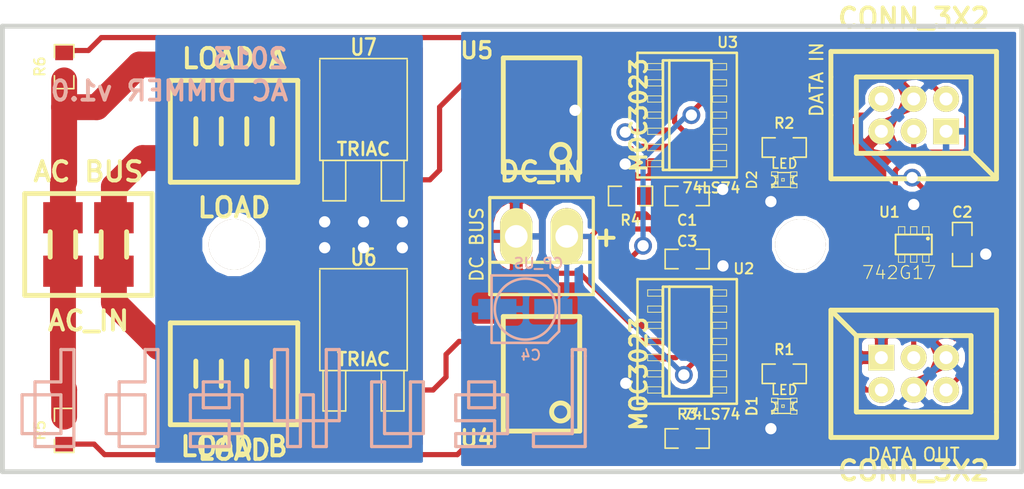
<source format=kicad_pcb>
(kicad_pcb (version 3) (host pcbnew "(2013-03-31 BZR 4008)-stable")

  (general
    (links 71)
    (no_connects 0)
    (area 24.646467 31.57728 105.191561 80.7974)
    (thickness 1.6002)
    (drawings 14)
    (tracks 269)
    (zones 0)
    (modules 28)
    (nets 24)
  )

  (page A4)
  (layers
    (15 Front signal)
    (0 Back signal)
    (16 B.Adhes user)
    (17 F.Adhes user)
    (18 B.Paste user)
    (19 F.Paste user)
    (20 B.SilkS user)
    (21 F.SilkS user)
    (22 B.Mask user)
    (23 F.Mask user)
    (24 Dwgs.User user)
    (25 Cmts.User user)
    (26 Eco1.User user)
    (27 Eco2.User user)
    (28 Edge.Cuts user)
  )

  (setup
    (last_trace_width 0.4064)
    (trace_clearance 0.4064)
    (zone_clearance 0.508)
    (zone_45_only no)
    (trace_min 0.2032)
    (segment_width 0.381)
    (edge_width 0.381)
    (via_size 1.397)
    (via_drill 0.889)
    (via_min_size 0.889)
    (via_min_drill 0.508)
    (uvia_size 0.508)
    (uvia_drill 0.127)
    (uvias_allowed no)
    (uvia_min_size 0.508)
    (uvia_min_drill 0.127)
    (pcb_text_width 0.3048)
    (pcb_text_size 1.524 2.032)
    (mod_edge_width 0.381)
    (mod_text_size 1.524 1.524)
    (mod_text_width 0.3048)
    (pad_size 1.524 1.524)
    (pad_drill 0.8128)
    (pad_to_mask_clearance 0.0508)
    (aux_axis_origin 0 0)
    (visible_elements 7FFFFFFF)
    (pcbplotparams
      (layerselection 284196865)
      (usegerberextensions true)
      (excludeedgelayer true)
      (linewidth 60)
      (plotframeref false)
      (viasonmask false)
      (mode 1)
      (useauxorigin false)
      (hpglpennumber 1)
      (hpglpenspeed 20)
      (hpglpendiameter 15)
      (hpglpenoverlay 0)
      (psnegative false)
      (psa4output false)
      (plotreference true)
      (plotvalue false)
      (plotothertext true)
      (plotinvisibletext false)
      (padsonsilk false)
      (subtractmaskfromsilk true)
      (outputformat 1)
      (mirror false)
      (drillshape 1)
      (scaleselection 1)
      (outputdirectory Gerbers/))
  )

  (net 0 "")
  (net 1 /AC3)
  (net 2 /AC4)
  (net 3 AC1)
  (net 4 AC2)
  (net 5 CLOCK)
  (net 6 CLOCK_OUT)
  (net 7 DATA_IN)
  (net 8 DATA_OUT)
  (net 9 DATA_TO_B)
  (net 10 GND)
  (net 11 LATCH)
  (net 12 LATCH_OUT)
  (net 13 N-000014)
  (net 14 N-000015)
  (net 15 N-000017)
  (net 16 N-000019)
  (net 17 N-000023)
  (net 18 N-000024)
  (net 19 N-000025)
  (net 20 N-000026)
  (net 21 N-000027)
  (net 22 N-000028)
  (net 23 VCC)

  (net_class Default "This is the default net class."
    (clearance 0.4064)
    (trace_width 0.4064)
    (via_dia 1.397)
    (via_drill 0.889)
    (uvia_dia 0.508)
    (uvia_drill 0.127)
    (add_net "")
    (add_net CLOCK)
    (add_net CLOCK_OUT)
    (add_net DATA_IN)
    (add_net DATA_OUT)
    (add_net DATA_TO_B)
    (add_net LATCH)
    (add_net LATCH_OUT)
    (add_net N-000014)
    (add_net N-000015)
    (add_net N-000017)
    (add_net N-000019)
    (add_net N-000023)
    (add_net N-000024)
    (add_net N-000025)
    (add_net N-000026)
    (add_net N-000027)
    (add_net N-000028)
  )

  (net_class "AC POWER" ""
    (clearance 0.508)
    (trace_width 2.032)
    (via_dia 1.397)
    (via_drill 0.889)
    (uvia_dia 0.508)
    (uvia_drill 0.127)
    (add_net /AC3)
    (add_net /AC4)
    (add_net AC1)
    (add_net AC2)
  )

  (net_class "DC POWER" ""
    (clearance 0.4064)
    (trace_width 0.4064)
    (via_dia 1.397)
    (via_drill 0.889)
    (uvia_dia 0.508)
    (uvia_drill 0.127)
    (add_net GND)
    (add_net VCC)
  )

  (module PCB (layer Front) (tedit 51492F57) (tstamp 51460896)
    (at 87.63 57.15)
    (path PCB)
    (fp_text reference "PCB HOLE 0.156 2" (at -19.12874 -23.64994) (layer F.SilkS) hide
      (effects (font (size 1.524 1.524) (thickness 0.3048)))
    )
    (fp_text value VAL** (at 0 5.08) (layer F.SilkS) hide
      (effects (font (size 1.524 1.524) (thickness 0.3048)))
    )
    (pad "" thru_hole circle (at 0 0) (size 3.9624 3.9624) (drill 3.9624)
      (layers *.Cu *.Mask F.SilkS)
      (clearance 0.254)
    )
  )

  (module PCB (layer Front) (tedit 51492F24) (tstamp 51460883)
    (at 43.18 57.15)
    (path PCB)
    (fp_text reference "PCB HOLE 0.156 1" (at 1.82118 -23.64994) (layer F.SilkS) hide
      (effects (font (size 1.524 1.524) (thickness 0.3048)))
    )
    (fp_text value VAL** (at 0 5.08) (layer F.SilkS) hide
      (effects (font (size 1.524 1.524) (thickness 0.3048)))
    )
    (pad "" thru_hole circle (at 0 0) (size 3.9624 3.9624) (drill 3.9624)
      (layers *.Cu *.Mask F.SilkS)
      (clearance 0.254)
    )
  )

  (module SM0805-HAND (layer Front) (tedit 51491C73) (tstamp 5137D036)
    (at 78.74 53.34)
    (path /512E592D)
    (attr smd)
    (fp_text reference C1 (at 0 1.905) (layer F.SilkS)
      (effects (font (size 0.8128 0.8128) (thickness 0.1524)))
    )
    (fp_text value 100n (at 0 0) (layer F.SilkS) hide
      (effects (font (size 0.635 0.635) (thickness 0.127)))
    )
    (fp_line (start -0.7112 0.762) (end -1.7272 0.762) (layer F.SilkS) (width 0.127))
    (fp_line (start -1.7272 0.762) (end -1.7272 -0.762) (layer F.SilkS) (width 0.127))
    (fp_line (start -1.7272 -0.762) (end -0.7112 -0.762) (layer F.SilkS) (width 0.127))
    (fp_line (start 0.7112 -0.762) (end 1.7272 -0.762) (layer F.SilkS) (width 0.127))
    (fp_line (start 1.7272 -0.762) (end 1.7272 0.762) (layer F.SilkS) (width 0.127))
    (fp_line (start 1.7272 0.762) (end 0.7112 0.762) (layer F.SilkS) (width 0.127))
    (pad 1 smd rect (at -1.0795 0) (size 1.143 1.397)
      (layers Front F.Paste F.Mask)
      (net 23 VCC)
    )
    (pad 2 smd rect (at 1.0795 0) (size 1.143 1.397)
      (layers Front F.Paste F.Mask)
      (net 10 GND)
    )
    (model smd/chip_cms.wrl
      (at (xyz 0 0 0))
      (scale (xyz 0.1 0.1 0.1))
      (rotate (xyz 0 0 0))
    )
  )

  (module SM0805-HAND (layer Front) (tedit 51491B68) (tstamp 51460F5C)
    (at 29.845 43.18 270)
    (path /512E4DF2)
    (attr smd)
    (fp_text reference R6 (at 0 1.905 270) (layer F.SilkS)
      (effects (font (size 0.8128 0.8128) (thickness 0.1524)))
    )
    (fp_text value 1K (at 0 0 270) (layer F.SilkS) hide
      (effects (font (size 0.635 0.635) (thickness 0.127)))
    )
    (fp_line (start -0.7112 0.762) (end -1.7272 0.762) (layer F.SilkS) (width 0.127))
    (fp_line (start -1.7272 0.762) (end -1.7272 -0.762) (layer F.SilkS) (width 0.127))
    (fp_line (start -1.7272 -0.762) (end -0.7112 -0.762) (layer F.SilkS) (width 0.127))
    (fp_line (start 0.7112 -0.762) (end 1.7272 -0.762) (layer F.SilkS) (width 0.127))
    (fp_line (start 1.7272 -0.762) (end 1.7272 0.762) (layer F.SilkS) (width 0.127))
    (fp_line (start 1.7272 0.762) (end 0.7112 0.762) (layer F.SilkS) (width 0.127))
    (pad 1 smd rect (at -1.0795 0 270) (size 1.143 1.397)
      (layers Front F.Paste F.Mask)
      (net 16 N-000019)
    )
    (pad 2 smd rect (at 1.0795 0 270) (size 1.143 1.397)
      (layers Front F.Paste F.Mask)
      (net 3 AC1)
    )
    (model smd/chip_cms.wrl
      (at (xyz 0 0 0))
      (scale (xyz 0.1 0.1 0.1))
      (rotate (xyz 0 0 0))
    )
  )

  (module SM0805-HAND (layer Front) (tedit 51491B6C) (tstamp 5137E89A)
    (at 29.845 71.755 90)
    (path /5135705E)
    (attr smd)
    (fp_text reference R5 (at 0 -1.905 90) (layer F.SilkS)
      (effects (font (size 0.8128 0.8128) (thickness 0.1524)))
    )
    (fp_text value 1K (at 0 0 90) (layer F.SilkS) hide
      (effects (font (size 0.635 0.635) (thickness 0.127)))
    )
    (fp_line (start -0.7112 0.762) (end -1.7272 0.762) (layer F.SilkS) (width 0.127))
    (fp_line (start -1.7272 0.762) (end -1.7272 -0.762) (layer F.SilkS) (width 0.127))
    (fp_line (start -1.7272 -0.762) (end -0.7112 -0.762) (layer F.SilkS) (width 0.127))
    (fp_line (start 0.7112 -0.762) (end 1.7272 -0.762) (layer F.SilkS) (width 0.127))
    (fp_line (start 1.7272 -0.762) (end 1.7272 0.762) (layer F.SilkS) (width 0.127))
    (fp_line (start 1.7272 0.762) (end 0.7112 0.762) (layer F.SilkS) (width 0.127))
    (pad 1 smd rect (at -1.0795 0 90) (size 1.143 1.397)
      (layers Front F.Paste F.Mask)
      (net 17 N-000023)
    )
    (pad 2 smd rect (at 1.0795 0 90) (size 1.143 1.397)
      (layers Front F.Paste F.Mask)
      (net 3 AC1)
    )
    (model smd/chip_cms.wrl
      (at (xyz 0 0 0))
      (scale (xyz 0.1 0.1 0.1))
      (rotate (xyz 0 0 0))
    )
  )

  (module SM0805-HAND (layer Front) (tedit 51491C7D) (tstamp 5137D03C)
    (at 74.295 53.34 180)
    (path /512E50FD)
    (attr smd)
    (fp_text reference R4 (at 0 -1.905 180) (layer F.SilkS)
      (effects (font (size 0.8128 0.8128) (thickness 0.1524)))
    )
    (fp_text value 470 (at 0 0 180) (layer F.SilkS) hide
      (effects (font (size 0.635 0.635) (thickness 0.127)))
    )
    (fp_line (start -0.7112 0.762) (end -1.7272 0.762) (layer F.SilkS) (width 0.127))
    (fp_line (start -1.7272 0.762) (end -1.7272 -0.762) (layer F.SilkS) (width 0.127))
    (fp_line (start -1.7272 -0.762) (end -0.7112 -0.762) (layer F.SilkS) (width 0.127))
    (fp_line (start 0.7112 -0.762) (end 1.7272 -0.762) (layer F.SilkS) (width 0.127))
    (fp_line (start 1.7272 -0.762) (end 1.7272 0.762) (layer F.SilkS) (width 0.127))
    (fp_line (start 1.7272 0.762) (end 0.7112 0.762) (layer F.SilkS) (width 0.127))
    (pad 1 smd rect (at -1.0795 0 180) (size 1.143 1.397)
      (layers Front F.Paste F.Mask)
      (net 20 N-000026)
    )
    (pad 2 smd rect (at 1.0795 0 180) (size 1.143 1.397)
      (layers Front F.Paste F.Mask)
      (net 14 N-000015)
    )
    (model smd/chip_cms.wrl
      (at (xyz 0 0 0))
      (scale (xyz 0.1 0.1 0.1))
      (rotate (xyz 0 0 0))
    )
  )

  (module SM0805-HAND (layer Front) (tedit 51491CC3) (tstamp 5137D03E)
    (at 78.74 72.39 180)
    (path /5135705C)
    (attr smd)
    (fp_text reference R3 (at 0 1.905 180) (layer F.SilkS)
      (effects (font (size 0.8128 0.8128) (thickness 0.1524)))
    )
    (fp_text value 470 (at 0 0 180) (layer F.SilkS) hide
      (effects (font (size 0.635 0.635) (thickness 0.127)))
    )
    (fp_line (start -0.7112 0.762) (end -1.7272 0.762) (layer F.SilkS) (width 0.127))
    (fp_line (start -1.7272 0.762) (end -1.7272 -0.762) (layer F.SilkS) (width 0.127))
    (fp_line (start -1.7272 -0.762) (end -0.7112 -0.762) (layer F.SilkS) (width 0.127))
    (fp_line (start 0.7112 -0.762) (end 1.7272 -0.762) (layer F.SilkS) (width 0.127))
    (fp_line (start 1.7272 -0.762) (end 1.7272 0.762) (layer F.SilkS) (width 0.127))
    (fp_line (start 1.7272 0.762) (end 0.7112 0.762) (layer F.SilkS) (width 0.127))
    (pad 1 smd rect (at -1.0795 0 180) (size 1.143 1.397)
      (layers Front F.Paste F.Mask)
      (net 19 N-000025)
    )
    (pad 2 smd rect (at 1.0795 0 180) (size 1.143 1.397)
      (layers Front F.Paste F.Mask)
      (net 21 N-000027)
    )
    (model smd/chip_cms.wrl
      (at (xyz 0 0 0))
      (scale (xyz 0.1 0.1 0.1))
      (rotate (xyz 0 0 0))
    )
  )

  (module SM0805-HAND (layer Front) (tedit 51491C96) (tstamp 5137D040)
    (at 86.36 49.53 180)
    (path /512E5105)
    (attr smd)
    (fp_text reference R2 (at 0 1.905 180) (layer F.SilkS)
      (effects (font (size 0.8128 0.8128) (thickness 0.1524)))
    )
    (fp_text value 330 (at 0 0 180) (layer F.SilkS) hide
      (effects (font (size 0.635 0.635) (thickness 0.127)))
    )
    (fp_line (start -0.7112 0.762) (end -1.7272 0.762) (layer F.SilkS) (width 0.127))
    (fp_line (start -1.7272 0.762) (end -1.7272 -0.762) (layer F.SilkS) (width 0.127))
    (fp_line (start -1.7272 -0.762) (end -0.7112 -0.762) (layer F.SilkS) (width 0.127))
    (fp_line (start 0.7112 -0.762) (end 1.7272 -0.762) (layer F.SilkS) (width 0.127))
    (fp_line (start 1.7272 -0.762) (end 1.7272 0.762) (layer F.SilkS) (width 0.127))
    (fp_line (start 1.7272 0.762) (end 0.7112 0.762) (layer F.SilkS) (width 0.127))
    (pad 1 smd rect (at -1.0795 0 180) (size 1.143 1.397)
      (layers Front F.Paste F.Mask)
      (net 13 N-000014)
    )
    (pad 2 smd rect (at 1.0795 0 180) (size 1.143 1.397)
      (layers Front F.Paste F.Mask)
      (net 20 N-000026)
    )
    (model smd/chip_cms.wrl
      (at (xyz 0 0 0))
      (scale (xyz 0.1 0.1 0.1))
      (rotate (xyz 0 0 0))
    )
  )

  (module SM0805-HAND (layer Front) (tedit 51491CA6) (tstamp 5137D042)
    (at 86.36 67.31 180)
    (path /5135705B)
    (attr smd)
    (fp_text reference R1 (at 0 1.905 180) (layer F.SilkS)
      (effects (font (size 0.8128 0.8128) (thickness 0.1524)))
    )
    (fp_text value 330 (at 0 0 180) (layer F.SilkS) hide
      (effects (font (size 0.635 0.635) (thickness 0.127)))
    )
    (fp_line (start -0.7112 0.762) (end -1.7272 0.762) (layer F.SilkS) (width 0.127))
    (fp_line (start -1.7272 0.762) (end -1.7272 -0.762) (layer F.SilkS) (width 0.127))
    (fp_line (start -1.7272 -0.762) (end -0.7112 -0.762) (layer F.SilkS) (width 0.127))
    (fp_line (start 0.7112 -0.762) (end 1.7272 -0.762) (layer F.SilkS) (width 0.127))
    (fp_line (start 1.7272 -0.762) (end 1.7272 0.762) (layer F.SilkS) (width 0.127))
    (fp_line (start 1.7272 0.762) (end 0.7112 0.762) (layer F.SilkS) (width 0.127))
    (pad 1 smd rect (at -1.0795 0 180) (size 1.143 1.397)
      (layers Front F.Paste F.Mask)
      (net 22 N-000028)
    )
    (pad 2 smd rect (at 1.0795 0 180) (size 1.143 1.397)
      (layers Front F.Paste F.Mask)
      (net 19 N-000025)
    )
    (model smd/chip_cms.wrl
      (at (xyz 0 0 0))
      (scale (xyz 0.1 0.1 0.1))
      (rotate (xyz 0 0 0))
    )
  )

  (module LED-0805 (layer Front) (tedit 51491CB7) (tstamp 5137D043)
    (at 86.36 52.07 180)
    (descr "LED 0805 smd package")
    (tags "LED 0805 SMD")
    (path /512E5114)
    (attr smd)
    (fp_text reference D2 (at 2.54 0 270) (layer F.SilkS)
      (effects (font (size 0.762 0.762) (thickness 0.127)))
    )
    (fp_text value LED (at 0 1.27 180) (layer F.SilkS)
      (effects (font (size 0.762 0.762) (thickness 0.127)))
    )
    (fp_line (start 0.49784 0.29972) (end 0.49784 0.62484) (layer F.SilkS) (width 0.06604))
    (fp_line (start 0.49784 0.62484) (end 0.99822 0.62484) (layer F.SilkS) (width 0.06604))
    (fp_line (start 0.99822 0.29972) (end 0.99822 0.62484) (layer F.SilkS) (width 0.06604))
    (fp_line (start 0.49784 0.29972) (end 0.99822 0.29972) (layer F.SilkS) (width 0.06604))
    (fp_line (start 0.49784 -0.32258) (end 0.49784 -0.17272) (layer F.SilkS) (width 0.06604))
    (fp_line (start 0.49784 -0.17272) (end 0.7493 -0.17272) (layer F.SilkS) (width 0.06604))
    (fp_line (start 0.7493 -0.32258) (end 0.7493 -0.17272) (layer F.SilkS) (width 0.06604))
    (fp_line (start 0.49784 -0.32258) (end 0.7493 -0.32258) (layer F.SilkS) (width 0.06604))
    (fp_line (start 0.49784 0.17272) (end 0.49784 0.32258) (layer F.SilkS) (width 0.06604))
    (fp_line (start 0.49784 0.32258) (end 0.7493 0.32258) (layer F.SilkS) (width 0.06604))
    (fp_line (start 0.7493 0.17272) (end 0.7493 0.32258) (layer F.SilkS) (width 0.06604))
    (fp_line (start 0.49784 0.17272) (end 0.7493 0.17272) (layer F.SilkS) (width 0.06604))
    (fp_line (start 0.49784 -0.19812) (end 0.49784 0.19812) (layer F.SilkS) (width 0.06604))
    (fp_line (start 0.49784 0.19812) (end 0.6731 0.19812) (layer F.SilkS) (width 0.06604))
    (fp_line (start 0.6731 -0.19812) (end 0.6731 0.19812) (layer F.SilkS) (width 0.06604))
    (fp_line (start 0.49784 -0.19812) (end 0.6731 -0.19812) (layer F.SilkS) (width 0.06604))
    (fp_line (start -0.99822 0.29972) (end -0.99822 0.62484) (layer F.SilkS) (width 0.06604))
    (fp_line (start -0.99822 0.62484) (end -0.49784 0.62484) (layer F.SilkS) (width 0.06604))
    (fp_line (start -0.49784 0.29972) (end -0.49784 0.62484) (layer F.SilkS) (width 0.06604))
    (fp_line (start -0.99822 0.29972) (end -0.49784 0.29972) (layer F.SilkS) (width 0.06604))
    (fp_line (start -0.99822 -0.62484) (end -0.99822 -0.29972) (layer F.SilkS) (width 0.06604))
    (fp_line (start -0.99822 -0.29972) (end -0.49784 -0.29972) (layer F.SilkS) (width 0.06604))
    (fp_line (start -0.49784 -0.62484) (end -0.49784 -0.29972) (layer F.SilkS) (width 0.06604))
    (fp_line (start -0.99822 -0.62484) (end -0.49784 -0.62484) (layer F.SilkS) (width 0.06604))
    (fp_line (start -0.7493 0.17272) (end -0.7493 0.32258) (layer F.SilkS) (width 0.06604))
    (fp_line (start -0.7493 0.32258) (end -0.49784 0.32258) (layer F.SilkS) (width 0.06604))
    (fp_line (start -0.49784 0.17272) (end -0.49784 0.32258) (layer F.SilkS) (width 0.06604))
    (fp_line (start -0.7493 0.17272) (end -0.49784 0.17272) (layer F.SilkS) (width 0.06604))
    (fp_line (start -0.7493 -0.32258) (end -0.7493 -0.17272) (layer F.SilkS) (width 0.06604))
    (fp_line (start -0.7493 -0.17272) (end -0.49784 -0.17272) (layer F.SilkS) (width 0.06604))
    (fp_line (start -0.49784 -0.32258) (end -0.49784 -0.17272) (layer F.SilkS) (width 0.06604))
    (fp_line (start -0.7493 -0.32258) (end -0.49784 -0.32258) (layer F.SilkS) (width 0.06604))
    (fp_line (start -0.6731 -0.19812) (end -0.6731 0.19812) (layer F.SilkS) (width 0.06604))
    (fp_line (start -0.6731 0.19812) (end -0.49784 0.19812) (layer F.SilkS) (width 0.06604))
    (fp_line (start -0.49784 -0.19812) (end -0.49784 0.19812) (layer F.SilkS) (width 0.06604))
    (fp_line (start -0.6731 -0.19812) (end -0.49784 -0.19812) (layer F.SilkS) (width 0.06604))
    (fp_line (start 0 -0.09906) (end 0 0.09906) (layer F.SilkS) (width 0.06604))
    (fp_line (start 0 0.09906) (end 0.19812 0.09906) (layer F.SilkS) (width 0.06604))
    (fp_line (start 0.19812 -0.09906) (end 0.19812 0.09906) (layer F.SilkS) (width 0.06604))
    (fp_line (start 0 -0.09906) (end 0.19812 -0.09906) (layer F.SilkS) (width 0.06604))
    (fp_line (start 0.49784 -0.59944) (end 0.49784 -0.29972) (layer F.SilkS) (width 0.06604))
    (fp_line (start 0.49784 -0.29972) (end 0.79756 -0.29972) (layer F.SilkS) (width 0.06604))
    (fp_line (start 0.79756 -0.59944) (end 0.79756 -0.29972) (layer F.SilkS) (width 0.06604))
    (fp_line (start 0.49784 -0.59944) (end 0.79756 -0.59944) (layer F.SilkS) (width 0.06604))
    (fp_line (start 0.92456 -0.62484) (end 0.92456 -0.39878) (layer F.SilkS) (width 0.06604))
    (fp_line (start 0.92456 -0.39878) (end 0.99822 -0.39878) (layer F.SilkS) (width 0.06604))
    (fp_line (start 0.99822 -0.62484) (end 0.99822 -0.39878) (layer F.SilkS) (width 0.06604))
    (fp_line (start 0.92456 -0.62484) (end 0.99822 -0.62484) (layer F.SilkS) (width 0.06604))
    (fp_line (start 0.52324 0.57404) (end -0.52324 0.57404) (layer F.SilkS) (width 0.1016))
    (fp_line (start -0.49784 -0.57404) (end 0.92456 -0.57404) (layer F.SilkS) (width 0.1016))
    (fp_circle (center 0.84836 -0.44958) (end 0.89916 -0.50038) (layer F.SilkS) (width 0.0508))
    (fp_arc (start 0.99822 0) (end 0.99822 0.34798) (angle 180) (layer F.SilkS) (width 0.1016))
    (fp_arc (start -0.99822 0) (end -0.99822 -0.34798) (angle 180) (layer F.SilkS) (width 0.1016))
    (pad 1 smd rect (at -1.04902 0 180) (size 1.19888 1.19888)
      (layers Front F.Paste F.Mask)
      (net 13 N-000014)
    )
    (pad 2 smd rect (at 1.04902 0 180) (size 1.19888 1.19888)
      (layers Front F.Paste F.Mask)
      (net 10 GND)
    )
  )

  (module LED-0805 (layer Front) (tedit 51491F2D) (tstamp 5137D045)
    (at 86.36 69.85 180)
    (descr "LED 0805 smd package")
    (tags "LED 0805 SMD")
    (path /5135705A)
    (attr smd)
    (fp_text reference D1 (at 2.54 0 270) (layer F.SilkS)
      (effects (font (size 0.8128 0.8128) (thickness 0.1524)))
    )
    (fp_text value LED (at 0 1.27 180) (layer F.SilkS)
      (effects (font (size 0.762 0.762) (thickness 0.127)))
    )
    (fp_line (start 0.49784 0.29972) (end 0.49784 0.62484) (layer F.SilkS) (width 0.06604))
    (fp_line (start 0.49784 0.62484) (end 0.99822 0.62484) (layer F.SilkS) (width 0.06604))
    (fp_line (start 0.99822 0.29972) (end 0.99822 0.62484) (layer F.SilkS) (width 0.06604))
    (fp_line (start 0.49784 0.29972) (end 0.99822 0.29972) (layer F.SilkS) (width 0.06604))
    (fp_line (start 0.49784 -0.32258) (end 0.49784 -0.17272) (layer F.SilkS) (width 0.06604))
    (fp_line (start 0.49784 -0.17272) (end 0.7493 -0.17272) (layer F.SilkS) (width 0.06604))
    (fp_line (start 0.7493 -0.32258) (end 0.7493 -0.17272) (layer F.SilkS) (width 0.06604))
    (fp_line (start 0.49784 -0.32258) (end 0.7493 -0.32258) (layer F.SilkS) (width 0.06604))
    (fp_line (start 0.49784 0.17272) (end 0.49784 0.32258) (layer F.SilkS) (width 0.06604))
    (fp_line (start 0.49784 0.32258) (end 0.7493 0.32258) (layer F.SilkS) (width 0.06604))
    (fp_line (start 0.7493 0.17272) (end 0.7493 0.32258) (layer F.SilkS) (width 0.06604))
    (fp_line (start 0.49784 0.17272) (end 0.7493 0.17272) (layer F.SilkS) (width 0.06604))
    (fp_line (start 0.49784 -0.19812) (end 0.49784 0.19812) (layer F.SilkS) (width 0.06604))
    (fp_line (start 0.49784 0.19812) (end 0.6731 0.19812) (layer F.SilkS) (width 0.06604))
    (fp_line (start 0.6731 -0.19812) (end 0.6731 0.19812) (layer F.SilkS) (width 0.06604))
    (fp_line (start 0.49784 -0.19812) (end 0.6731 -0.19812) (layer F.SilkS) (width 0.06604))
    (fp_line (start -0.99822 0.29972) (end -0.99822 0.62484) (layer F.SilkS) (width 0.06604))
    (fp_line (start -0.99822 0.62484) (end -0.49784 0.62484) (layer F.SilkS) (width 0.06604))
    (fp_line (start -0.49784 0.29972) (end -0.49784 0.62484) (layer F.SilkS) (width 0.06604))
    (fp_line (start -0.99822 0.29972) (end -0.49784 0.29972) (layer F.SilkS) (width 0.06604))
    (fp_line (start -0.99822 -0.62484) (end -0.99822 -0.29972) (layer F.SilkS) (width 0.06604))
    (fp_line (start -0.99822 -0.29972) (end -0.49784 -0.29972) (layer F.SilkS) (width 0.06604))
    (fp_line (start -0.49784 -0.62484) (end -0.49784 -0.29972) (layer F.SilkS) (width 0.06604))
    (fp_line (start -0.99822 -0.62484) (end -0.49784 -0.62484) (layer F.SilkS) (width 0.06604))
    (fp_line (start -0.7493 0.17272) (end -0.7493 0.32258) (layer F.SilkS) (width 0.06604))
    (fp_line (start -0.7493 0.32258) (end -0.49784 0.32258) (layer F.SilkS) (width 0.06604))
    (fp_line (start -0.49784 0.17272) (end -0.49784 0.32258) (layer F.SilkS) (width 0.06604))
    (fp_line (start -0.7493 0.17272) (end -0.49784 0.17272) (layer F.SilkS) (width 0.06604))
    (fp_line (start -0.7493 -0.32258) (end -0.7493 -0.17272) (layer F.SilkS) (width 0.06604))
    (fp_line (start -0.7493 -0.17272) (end -0.49784 -0.17272) (layer F.SilkS) (width 0.06604))
    (fp_line (start -0.49784 -0.32258) (end -0.49784 -0.17272) (layer F.SilkS) (width 0.06604))
    (fp_line (start -0.7493 -0.32258) (end -0.49784 -0.32258) (layer F.SilkS) (width 0.06604))
    (fp_line (start -0.6731 -0.19812) (end -0.6731 0.19812) (layer F.SilkS) (width 0.06604))
    (fp_line (start -0.6731 0.19812) (end -0.49784 0.19812) (layer F.SilkS) (width 0.06604))
    (fp_line (start -0.49784 -0.19812) (end -0.49784 0.19812) (layer F.SilkS) (width 0.06604))
    (fp_line (start -0.6731 -0.19812) (end -0.49784 -0.19812) (layer F.SilkS) (width 0.06604))
    (fp_line (start 0 -0.09906) (end 0 0.09906) (layer F.SilkS) (width 0.06604))
    (fp_line (start 0 0.09906) (end 0.19812 0.09906) (layer F.SilkS) (width 0.06604))
    (fp_line (start 0.19812 -0.09906) (end 0.19812 0.09906) (layer F.SilkS) (width 0.06604))
    (fp_line (start 0 -0.09906) (end 0.19812 -0.09906) (layer F.SilkS) (width 0.06604))
    (fp_line (start 0.49784 -0.59944) (end 0.49784 -0.29972) (layer F.SilkS) (width 0.06604))
    (fp_line (start 0.49784 -0.29972) (end 0.79756 -0.29972) (layer F.SilkS) (width 0.06604))
    (fp_line (start 0.79756 -0.59944) (end 0.79756 -0.29972) (layer F.SilkS) (width 0.06604))
    (fp_line (start 0.49784 -0.59944) (end 0.79756 -0.59944) (layer F.SilkS) (width 0.06604))
    (fp_line (start 0.92456 -0.62484) (end 0.92456 -0.39878) (layer F.SilkS) (width 0.06604))
    (fp_line (start 0.92456 -0.39878) (end 0.99822 -0.39878) (layer F.SilkS) (width 0.06604))
    (fp_line (start 0.99822 -0.62484) (end 0.99822 -0.39878) (layer F.SilkS) (width 0.06604))
    (fp_line (start 0.92456 -0.62484) (end 0.99822 -0.62484) (layer F.SilkS) (width 0.06604))
    (fp_line (start 0.52324 0.57404) (end -0.52324 0.57404) (layer F.SilkS) (width 0.1016))
    (fp_line (start -0.49784 -0.57404) (end 0.92456 -0.57404) (layer F.SilkS) (width 0.1016))
    (fp_circle (center 0.84836 -0.44958) (end 0.89916 -0.50038) (layer F.SilkS) (width 0.0508))
    (fp_arc (start 0.99822 0) (end 0.99822 0.34798) (angle 180) (layer F.SilkS) (width 0.1016))
    (fp_arc (start -0.99822 0) (end -0.99822 -0.34798) (angle 180) (layer F.SilkS) (width 0.1016))
    (pad 1 smd rect (at -1.04902 0 180) (size 1.19888 1.19888)
      (layers Front F.Paste F.Mask)
      (net 22 N-000028)
    )
    (pad 2 smd rect (at 1.04902 0 180) (size 1.19888 1.19888)
      (layers Front F.Paste F.Mask)
      (net 10 GND)
    )
  )

  (module DPAK2 (layer Front) (tedit 451BAACE) (tstamp 5137E89D)
    (at 53.34 68.58)
    (descr "MOS boitier DPACK G-D-S")
    (tags "CMD DPACK")
    (path /51357060)
    (attr smd)
    (fp_text reference U6 (at 0 -10.414) (layer F.SilkS)
      (effects (font (size 1.27 1.016) (thickness 0.2032)))
    )
    (fp_text value TRIAC (at 0 -2.413) (layer F.SilkS)
      (effects (font (size 1.016 1.016) (thickness 0.2032)))
    )
    (fp_line (start 1.397 -1.524) (end 1.397 1.651) (layer F.SilkS) (width 0.127))
    (fp_line (start 1.397 1.651) (end 3.175 1.651) (layer F.SilkS) (width 0.127))
    (fp_line (start 3.175 1.651) (end 3.175 -1.524) (layer F.SilkS) (width 0.127))
    (fp_line (start -3.175 -1.524) (end -3.175 1.651) (layer F.SilkS) (width 0.127))
    (fp_line (start -3.175 1.651) (end -1.397 1.651) (layer F.SilkS) (width 0.127))
    (fp_line (start -1.397 1.651) (end -1.397 -1.524) (layer F.SilkS) (width 0.127))
    (fp_line (start 3.429 -7.62) (end 3.429 -1.524) (layer F.SilkS) (width 0.127))
    (fp_line (start 3.429 -1.524) (end -3.429 -1.524) (layer F.SilkS) (width 0.127))
    (fp_line (start -3.429 -1.524) (end -3.429 -9.398) (layer F.SilkS) (width 0.127))
    (fp_line (start -3.429 -9.525) (end 3.429 -9.525) (layer F.SilkS) (width 0.127))
    (fp_line (start 3.429 -9.398) (end 3.429 -7.62) (layer F.SilkS) (width 0.127))
    (pad 1 smd rect (at -2.286 0) (size 1.651 3.048)
      (layers Front F.Paste F.Mask)
      (net 2 /AC4)
    )
    (pad 2 smd rect (at 0 -6.35) (size 6.096 6.096)
      (layers Front F.Paste F.Mask)
      (net 3 AC1)
    )
    (pad 3 smd rect (at 2.286 0) (size 1.651 3.048)
      (layers Front F.Paste F.Mask)
      (net 18 N-000024)
    )
    (model smd/dpack_2.wrl
      (at (xyz 0 0 0))
      (scale (xyz 1 1 1))
      (rotate (xyz 0 0 0))
    )
  )

  (module DPAK2 (layer Front) (tedit 451BAACE) (tstamp 5137E862)
    (at 53.34 52.07)
    (descr "MOS boitier DPACK G-D-S")
    (tags "CMD DPACK")
    (path /512E4A58)
    (attr smd)
    (fp_text reference U7 (at 0 -10.414) (layer F.SilkS)
      (effects (font (size 1.27 1.016) (thickness 0.2032)))
    )
    (fp_text value TRIAC (at 0 -2.413) (layer F.SilkS)
      (effects (font (size 1.016 1.016) (thickness 0.2032)))
    )
    (fp_line (start 1.397 -1.524) (end 1.397 1.651) (layer F.SilkS) (width 0.127))
    (fp_line (start 1.397 1.651) (end 3.175 1.651) (layer F.SilkS) (width 0.127))
    (fp_line (start 3.175 1.651) (end 3.175 -1.524) (layer F.SilkS) (width 0.127))
    (fp_line (start -3.175 -1.524) (end -3.175 1.651) (layer F.SilkS) (width 0.127))
    (fp_line (start -3.175 1.651) (end -1.397 1.651) (layer F.SilkS) (width 0.127))
    (fp_line (start -1.397 1.651) (end -1.397 -1.524) (layer F.SilkS) (width 0.127))
    (fp_line (start 3.429 -7.62) (end 3.429 -1.524) (layer F.SilkS) (width 0.127))
    (fp_line (start 3.429 -1.524) (end -3.429 -1.524) (layer F.SilkS) (width 0.127))
    (fp_line (start -3.429 -1.524) (end -3.429 -9.398) (layer F.SilkS) (width 0.127))
    (fp_line (start -3.429 -9.525) (end 3.429 -9.525) (layer F.SilkS) (width 0.127))
    (fp_line (start 3.429 -9.398) (end 3.429 -7.62) (layer F.SilkS) (width 0.127))
    (pad 1 smd rect (at -2.286 0) (size 1.651 3.048)
      (layers Front F.Paste F.Mask)
      (net 1 /AC3)
    )
    (pad 2 smd rect (at 0 -6.35) (size 6.096 6.096)
      (layers Front F.Paste F.Mask)
      (net 3 AC1)
    )
    (pad 3 smd rect (at 2.286 0) (size 1.651 3.048)
      (layers Front F.Paste F.Mask)
      (net 15 N-000017)
    )
    (model smd/dpack_2.wrl
      (at (xyz 0 0 0))
      (scale (xyz 1 1 1))
      (rotate (xyz 0 0 0))
    )
  )

  (module CONN-2X3-0100 (layer Front) (tedit 51491B14) (tstamp 5137D049)
    (at 96.52 67.31)
    (path /512E57FF)
    (fp_text reference P2 (at -9.51992 -33.30956) (layer F.SilkS) hide
      (effects (font (size 1.524 1.524) (thickness 0.3048)))
    )
    (fp_text value CONN_3X2 (at 0 7.62) (layer F.SilkS)
      (effects (font (size 1.524 1.524) (thickness 0.3048)))
    )
    (fp_line (start -6.49986 -5.00126) (end -4.50088 -2.99974) (layer F.SilkS) (width 0.381))
    (fp_line (start -4.50088 -2.99974) (end -4.50088 2.99974) (layer F.SilkS) (width 0.381))
    (fp_line (start -4.50088 2.99974) (end 4.50088 2.99974) (layer F.SilkS) (width 0.381))
    (fp_line (start 4.50088 2.99974) (end 4.50088 -2.99974) (layer F.SilkS) (width 0.381))
    (fp_line (start 4.50088 -2.99974) (end -4.50088 -2.99974) (layer F.SilkS) (width 0.381))
    (fp_line (start 6.49986 0) (end 6.49986 -5.00126) (layer F.SilkS) (width 0.381))
    (fp_line (start 6.49986 -5.00126) (end -6.49986 -5.00126) (layer F.SilkS) (width 0.381))
    (fp_line (start -6.49986 -5.00126) (end -6.49986 5.00126) (layer F.SilkS) (width 0.381))
    (fp_line (start -6.49986 5.00126) (end 6.49986 5.00126) (layer F.SilkS) (width 0.381))
    (fp_line (start 6.49986 5.00126) (end 6.49986 2.99974) (layer F.SilkS) (width 0.381))
    (fp_line (start 6.49986 2.99974) (end 6.49986 0) (layer F.SilkS) (width 0.381))
    (pad 1 thru_hole rect (at -2.54 -1.27) (size 2.032 2.032) (drill 1.02108)
      (layers *.Cu *.Mask F.SilkS)
      (net 10 GND)
      (clearance 0.127)
    )
    (pad 2 thru_hole circle (at 0 -1.27) (size 2.032 2.032) (drill 1.02108)
      (layers *.Cu *.Mask F.SilkS)
      (net 6 CLOCK_OUT)
      (clearance 0.127)
    )
    (pad 3 thru_hole circle (at 2.54 -1.27) (size 2.032 2.032) (drill 1.02108)
      (layers *.Cu *.Mask F.SilkS)
      (net 10 GND)
      (clearance 0.127)
    )
    (pad 6 thru_hole circle (at -2.54 1.27) (size 2.032 2.032) (drill 1.02108)
      (layers *.Cu *.Mask F.SilkS)
      (net 8 DATA_OUT)
      (clearance 0.127)
    )
    (pad 5 thru_hole circle (at 0 1.27) (size 2.032 2.032) (drill 1.02108)
      (layers *.Cu *.Mask F.SilkS)
      (net 10 GND)
      (clearance 0.127)
    )
    (pad 4 thru_hole circle (at 2.54 1.27) (size 2.032 2.032) (drill 1.02108)
      (layers *.Cu *.Mask F.SilkS)
      (net 12 LATCH_OUT)
      (clearance 0.127)
    )
  )

  (module CONN-2X3-0100 (layer Front) (tedit 51491B17) (tstamp 5137D04B)
    (at 96.52 46.99 180)
    (path /512E57F3)
    (fp_text reference P1 (at 5.51942 12.98956 180) (layer F.SilkS) hide
      (effects (font (size 1.524 1.524) (thickness 0.3048)))
    )
    (fp_text value CONN_3X2 (at 0 7.62 180) (layer F.SilkS)
      (effects (font (size 1.524 1.524) (thickness 0.3048)))
    )
    (fp_line (start -6.49986 -5.00126) (end -4.50088 -2.99974) (layer F.SilkS) (width 0.381))
    (fp_line (start -4.50088 -2.99974) (end -4.50088 2.99974) (layer F.SilkS) (width 0.381))
    (fp_line (start -4.50088 2.99974) (end 4.50088 2.99974) (layer F.SilkS) (width 0.381))
    (fp_line (start 4.50088 2.99974) (end 4.50088 -2.99974) (layer F.SilkS) (width 0.381))
    (fp_line (start 4.50088 -2.99974) (end -4.50088 -2.99974) (layer F.SilkS) (width 0.381))
    (fp_line (start 6.49986 0) (end 6.49986 -5.00126) (layer F.SilkS) (width 0.381))
    (fp_line (start 6.49986 -5.00126) (end -6.49986 -5.00126) (layer F.SilkS) (width 0.381))
    (fp_line (start -6.49986 -5.00126) (end -6.49986 5.00126) (layer F.SilkS) (width 0.381))
    (fp_line (start -6.49986 5.00126) (end 6.49986 5.00126) (layer F.SilkS) (width 0.381))
    (fp_line (start 6.49986 5.00126) (end 6.49986 2.99974) (layer F.SilkS) (width 0.381))
    (fp_line (start 6.49986 2.99974) (end 6.49986 0) (layer F.SilkS) (width 0.381))
    (pad 1 thru_hole rect (at -2.54 -1.27 180) (size 2.032 2.032) (drill 1.02108)
      (layers *.Cu *.Mask F.SilkS)
      (net 10 GND)
      (clearance 0.127)
    )
    (pad 2 thru_hole circle (at 0 -1.27 180) (size 2.032 2.032) (drill 1.02108)
      (layers *.Cu *.Mask F.SilkS)
      (net 5 CLOCK)
      (clearance 0.127)
    )
    (pad 3 thru_hole circle (at 2.54 -1.27 180) (size 2.032 2.032) (drill 1.02108)
      (layers *.Cu *.Mask F.SilkS)
      (net 10 GND)
      (clearance 0.127)
    )
    (pad 6 thru_hole circle (at -2.54 1.27 180) (size 2.032 2.032) (drill 1.02108)
      (layers *.Cu *.Mask F.SilkS)
      (net 7 DATA_IN)
      (clearance 0.127)
    )
    (pad 5 thru_hole circle (at 0 1.27 180) (size 2.032 2.032) (drill 1.02108)
      (layers *.Cu *.Mask F.SilkS)
      (net 10 GND)
      (clearance 0.127)
    )
    (pad 4 thru_hole circle (at 2.54 1.27 180) (size 2.032 2.032) (drill 1.02108)
      (layers *.Cu *.Mask F.SilkS)
      (net 11 LATCH)
      (clearance 0.127)
    )
  )

  (module 6-SMD (layer Front) (tedit 51491B7F) (tstamp 5137E85C)
    (at 67.31 67.31 90)
    (path /513BAF23)
    (fp_text reference U4 (at -5.08 -5.08 180) (layer F.SilkS)
      (effects (font (size 1.27 1.27) (thickness 0.254)))
    )
    (fp_text value MOC3023 (at 0 7.62 90) (layer F.SilkS)
      (effects (font (size 1.27 1.27) (thickness 0.254)))
    )
    (fp_line (start 4.50088 -2.99974) (end 4.50088 2.99974) (layer F.SilkS) (width 0.381))
    (fp_line (start -4.50088 -2.99974) (end -4.50088 2.99974) (layer F.SilkS) (width 0.381))
    (fp_line (start -4.50088 2.99974) (end 4.50088 2.99974) (layer F.SilkS) (width 0.381))
    (fp_line (start -4.50088 -2.99974) (end 4.50088 -2.99974) (layer F.SilkS) (width 0.381))
    (fp_circle (center -2.99974 1.50114) (end -3.50012 2.00152) (layer F.SilkS) (width 0.381))
    (pad 1 smd rect (at -2.54 4.51104 90) (size 1.78054 1.51892)
      (layers Front F.Paste F.Mask)
      (net 21 N-000027)
      (solder_mask_margin 0.01016)
    )
    (pad 2 smd rect (at 0 4.51104 90) (size 1.78054 1.51892)
      (layers Front F.Paste F.Mask)
      (net 10 GND)
      (solder_mask_margin 0.01016)
    )
    (pad 3 smd rect (at 2.54 4.51104 90) (size 1.78054 1.51892)
      (layers Front F.Paste F.Mask)
      (solder_mask_margin 0.01016)
    )
    (pad 6 smd rect (at -2.54 -4.51104 90) (size 1.78054 1.51892)
      (layers Front F.Paste F.Mask)
      (net 17 N-000023)
    )
    (pad 5 smd rect (at 0 -4.51104 90) (size 1.78054 1.51892)
      (layers Front F.Paste F.Mask)
    )
    (pad 4 smd rect (at 2.54 -4.51104 90) (size 1.78054 1.51892)
      (layers Front F.Paste F.Mask)
      (net 18 N-000024)
      (solder_mask_margin 0.01016)
    )
  )

  (module 6-SMD (layer Front) (tedit 51491DE1) (tstamp 5137D04E)
    (at 67.31 46.99 90)
    (path /512E4AB1)
    (fp_text reference U5 (at 5.08 -5.08 180) (layer F.SilkS)
      (effects (font (size 1.27 1.27) (thickness 0.254)))
    )
    (fp_text value MOC3023 (at 0 7.62 90) (layer F.SilkS)
      (effects (font (size 1.27 1.27) (thickness 0.254)))
    )
    (fp_line (start 4.50088 -2.99974) (end 4.50088 2.99974) (layer F.SilkS) (width 0.381))
    (fp_line (start -4.50088 -2.99974) (end -4.50088 2.99974) (layer F.SilkS) (width 0.381))
    (fp_line (start -4.50088 2.99974) (end 4.50088 2.99974) (layer F.SilkS) (width 0.381))
    (fp_line (start -4.50088 -2.99974) (end 4.50088 -2.99974) (layer F.SilkS) (width 0.381))
    (fp_circle (center -2.99974 1.50114) (end -3.50012 2.00152) (layer F.SilkS) (width 0.381))
    (pad 1 smd rect (at -2.54 4.51104 90) (size 1.78054 1.51892)
      (layers Front F.Paste F.Mask)
      (net 14 N-000015)
      (solder_mask_margin 0.01016)
    )
    (pad 2 smd rect (at 0 4.51104 90) (size 1.78054 1.51892)
      (layers Front F.Paste F.Mask)
      (net 10 GND)
      (solder_mask_margin 0.01016)
    )
    (pad 3 smd rect (at 2.54 4.51104 90) (size 1.78054 1.51892)
      (layers Front F.Paste F.Mask)
      (solder_mask_margin 0.01016)
    )
    (pad 6 smd rect (at -2.54 -4.51104 90) (size 1.78054 1.51892)
      (layers Front F.Paste F.Mask)
      (net 16 N-000019)
    )
    (pad 5 smd rect (at 0 -4.51104 90) (size 1.78054 1.51892)
      (layers Front F.Paste F.Mask)
    )
    (pad 4 smd rect (at 2.54 -4.51104 90) (size 1.78054 1.51892)
      (layers Front F.Paste F.Mask)
      (net 15 N-000017)
      (solder_mask_margin 0.01016)
    )
  )

  (module 2106SSL (layer Front) (tedit 51491ADA) (tstamp 5137D04F)
    (at 43.18 48.26)
    (path /512E5178)
    (fp_text reference P5 (at -16.1798 -14.75994) (layer F.SilkS) hide
      (effects (font (size 1.524 1.524) (thickness 0.3048)))
    )
    (fp_text value LOAD (at 0 5.99948) (layer F.SilkS)
      (effects (font (size 1.524 1.524) (thickness 0.3048)))
    )
    (fp_line (start -1.00076 -1.00076) (end -1.00076 1.00076) (layer F.SilkS) (width 0.381))
    (fp_line (start -2.99974 -1.00076) (end -2.99974 1.00076) (layer F.SilkS) (width 0.381))
    (fp_line (start 2.99974 -1.00076) (end 2.99974 1.00076) (layer F.SilkS) (width 0.381))
    (fp_line (start 1.00076 -1.00076) (end 1.00076 1.00076) (layer F.SilkS) (width 0.381))
    (fp_line (start 5.00126 -4.0005) (end -5.00126 -4.0005) (layer F.SilkS) (width 0.381))
    (fp_line (start -5.00126 -4.0005) (end -5.00126 4.0005) (layer F.SilkS) (width 0.381))
    (fp_line (start -5.00126 4.0005) (end 5.00126 4.0005) (layer F.SilkS) (width 0.381))
    (fp_line (start 5.00126 4.0005) (end 5.00126 -4.0005) (layer F.SilkS) (width 0.381))
    (pad 2 smd rect (at 1.99898 2.10058) (size 3.0988 2.4511)
      (layers Front F.Paste F.Mask)
      (net 1 /AC3)
    )
    (pad 1 smd rect (at -1.99898 2.10058) (size 3.0988 2.4511)
      (layers Front F.Paste F.Mask)
      (net 4 AC2)
    )
    (pad 1 smd rect (at -1.99898 -2.10058) (size 3.0988 2.4511)
      (layers Front F.Paste F.Mask)
      (net 4 AC2)
    )
    (pad 2 smd rect (at 1.99898 -2.10058) (size 3.0988 2.4511)
      (layers Front F.Paste F.Mask)
      (net 1 /AC3)
    )
  )

  (module 2106SSL (layer Front) (tedit 51491B1D) (tstamp 5137D051)
    (at 43.18 67.31)
    (path /51357058)
    (fp_text reference P4 (at 51.82108 -34.31032) (layer F.SilkS) hide
      (effects (font (size 1.524 1.524) (thickness 0.3048)))
    )
    (fp_text value LOAD (at 0 5.99948) (layer F.SilkS)
      (effects (font (size 1.524 1.524) (thickness 0.3048)))
    )
    (fp_line (start -1.00076 -1.00076) (end -1.00076 1.00076) (layer F.SilkS) (width 0.381))
    (fp_line (start -2.99974 -1.00076) (end -2.99974 1.00076) (layer F.SilkS) (width 0.381))
    (fp_line (start 2.99974 -1.00076) (end 2.99974 1.00076) (layer F.SilkS) (width 0.381))
    (fp_line (start 1.00076 -1.00076) (end 1.00076 1.00076) (layer F.SilkS) (width 0.381))
    (fp_line (start 5.00126 -4.0005) (end -5.00126 -4.0005) (layer F.SilkS) (width 0.381))
    (fp_line (start -5.00126 -4.0005) (end -5.00126 4.0005) (layer F.SilkS) (width 0.381))
    (fp_line (start -5.00126 4.0005) (end 5.00126 4.0005) (layer F.SilkS) (width 0.381))
    (fp_line (start 5.00126 4.0005) (end 5.00126 -4.0005) (layer F.SilkS) (width 0.381))
    (pad 2 smd rect (at 1.99898 2.10058) (size 3.0988 2.4511)
      (layers Front F.Paste F.Mask)
      (net 2 /AC4)
    )
    (pad 1 smd rect (at -1.99898 2.10058) (size 3.0988 2.4511)
      (layers Front F.Paste F.Mask)
      (net 4 AC2)
    )
    (pad 1 smd rect (at -1.99898 -2.10058) (size 3.0988 2.4511)
      (layers Front F.Paste F.Mask)
      (net 4 AC2)
    )
    (pad 2 smd rect (at 1.99898 -2.10058) (size 3.0988 2.4511)
      (layers Front F.Paste F.Mask)
      (net 2 /AC4)
    )
  )

  (module 2106SSL (layer Front) (tedit 51491ADE) (tstamp 5137D053)
    (at 31.75 57.15)
    (path /512E51B4)
    (fp_text reference P3 (at -0.24892 -23.64994) (layer F.SilkS) hide
      (effects (font (size 1.524 1.524) (thickness 0.3048)))
    )
    (fp_text value AC_IN (at 0 5.99948) (layer F.SilkS)
      (effects (font (size 1.524 1.524) (thickness 0.3048)))
    )
    (fp_line (start -1.00076 -1.00076) (end -1.00076 1.00076) (layer F.SilkS) (width 0.381))
    (fp_line (start -2.99974 -1.00076) (end -2.99974 1.00076) (layer F.SilkS) (width 0.381))
    (fp_line (start 2.99974 -1.00076) (end 2.99974 1.00076) (layer F.SilkS) (width 0.381))
    (fp_line (start 1.00076 -1.00076) (end 1.00076 1.00076) (layer F.SilkS) (width 0.381))
    (fp_line (start 5.00126 -4.0005) (end -5.00126 -4.0005) (layer F.SilkS) (width 0.381))
    (fp_line (start -5.00126 -4.0005) (end -5.00126 4.0005) (layer F.SilkS) (width 0.381))
    (fp_line (start -5.00126 4.0005) (end 5.00126 4.0005) (layer F.SilkS) (width 0.381))
    (fp_line (start 5.00126 4.0005) (end 5.00126 -4.0005) (layer F.SilkS) (width 0.381))
    (pad 2 smd rect (at 1.99898 2.10058) (size 3.0988 2.4511)
      (layers Front F.Paste F.Mask)
      (net 4 AC2)
    )
    (pad 1 smd rect (at -1.99898 2.10058) (size 3.0988 2.4511)
      (layers Front F.Paste F.Mask)
      (net 3 AC1)
    )
    (pad 1 smd rect (at -1.99898 -2.10058) (size 3.0988 2.4511)
      (layers Front F.Paste F.Mask)
      (net 3 AC1)
    )
    (pad 2 smd rect (at 1.99898 -2.10058) (size 3.0988 2.4511)
      (layers Front F.Paste F.Mask)
      (net 4 AC2)
    )
  )

  (module -SOT23-6 (layer Front) (tedit 51491E47) (tstamp 5137D063)
    (at 96.52 57.15 180)
    (descr "SMALL OUTLINE TRANSISTOR 6 LEAD")
    (tags "SMALL OUTLINE TRANSISTOR 6 LEAD")
    (path /512ED782)
    (attr smd)
    (fp_text reference U1 (at 1.905 2.54 180) (layer F.SilkS)
      (effects (font (size 0.8128 0.8128) (thickness 0.1524)))
    )
    (fp_text value 742G17 (at 1.143 -2.2098 180) (layer F.SilkS)
      (effects (font (size 1.016 1.016) (thickness 0.0889)))
    )
    (fp_line (start -1.19888 1.39954) (end -0.6985 1.39954) (layer F.SilkS) (width 0.06604))
    (fp_line (start -0.6985 1.39954) (end -0.6985 0.79756) (layer F.SilkS) (width 0.06604))
    (fp_line (start -1.19888 0.79756) (end -0.6985 0.79756) (layer F.SilkS) (width 0.06604))
    (fp_line (start -1.19888 1.39954) (end -1.19888 0.79756) (layer F.SilkS) (width 0.06604))
    (fp_line (start -0.24892 1.39954) (end 0.24892 1.39954) (layer F.SilkS) (width 0.06604))
    (fp_line (start 0.24892 1.39954) (end 0.24892 0.79756) (layer F.SilkS) (width 0.06604))
    (fp_line (start -0.24892 0.79756) (end 0.24892 0.79756) (layer F.SilkS) (width 0.06604))
    (fp_line (start -0.24892 1.39954) (end -0.24892 0.79756) (layer F.SilkS) (width 0.06604))
    (fp_line (start 0.6985 1.39954) (end 1.19888 1.39954) (layer F.SilkS) (width 0.06604))
    (fp_line (start 1.19888 1.39954) (end 1.19888 0.79756) (layer F.SilkS) (width 0.06604))
    (fp_line (start 0.6985 0.79756) (end 1.19888 0.79756) (layer F.SilkS) (width 0.06604))
    (fp_line (start 0.6985 1.39954) (end 0.6985 0.79756) (layer F.SilkS) (width 0.06604))
    (fp_line (start 0.6985 -0.79756) (end 1.19888 -0.79756) (layer F.SilkS) (width 0.06604))
    (fp_line (start 1.19888 -0.79756) (end 1.19888 -1.39954) (layer F.SilkS) (width 0.06604))
    (fp_line (start 0.6985 -1.39954) (end 1.19888 -1.39954) (layer F.SilkS) (width 0.06604))
    (fp_line (start 0.6985 -0.79756) (end 0.6985 -1.39954) (layer F.SilkS) (width 0.06604))
    (fp_line (start -0.24892 -0.79756) (end 0.24892 -0.79756) (layer F.SilkS) (width 0.06604))
    (fp_line (start 0.24892 -0.79756) (end 0.24892 -1.39954) (layer F.SilkS) (width 0.06604))
    (fp_line (start -0.24892 -1.39954) (end 0.24892 -1.39954) (layer F.SilkS) (width 0.06604))
    (fp_line (start -0.24892 -0.79756) (end -0.24892 -1.39954) (layer F.SilkS) (width 0.06604))
    (fp_line (start -1.19888 -0.79756) (end -0.6985 -0.79756) (layer F.SilkS) (width 0.06604))
    (fp_line (start -0.6985 -0.79756) (end -0.6985 -1.39954) (layer F.SilkS) (width 0.06604))
    (fp_line (start -1.19888 -1.39954) (end -0.6985 -1.39954) (layer F.SilkS) (width 0.06604))
    (fp_line (start -1.19888 -0.79756) (end -1.19888 -1.39954) (layer F.SilkS) (width 0.06604))
    (fp_line (start 1.41986 0.77978) (end -1.4224 0.77978) (layer F.SilkS) (width 0.1524))
    (fp_line (start -1.4224 0.77978) (end -1.4224 -0.77978) (layer F.SilkS) (width 0.1524))
    (fp_line (start -1.4224 -0.77978) (end 1.41986 -0.77978) (layer F.SilkS) (width 0.1524))
    (fp_line (start 1.41986 -0.77978) (end 1.41986 0.77978) (layer F.SilkS) (width 0.1524))
    (fp_circle (center -1.14808 0.49784) (end -1.19634 0.5461) (layer F.SilkS) (width 0.00254))
    (pad 1 smd rect (at -0.94996 1.14808 180) (size 0.59944 0.89916)
      (layers Front F.Paste F.Mask)
      (net 11 LATCH)
    )
    (pad 2 smd rect (at 0 1.14808 180) (size 0.59944 0.89916)
      (layers Front F.Paste F.Mask)
      (net 10 GND)
    )
    (pad 3 smd rect (at 0.94996 1.14808 180) (size 0.59944 0.89916)
      (layers Front F.Paste F.Mask)
      (net 5 CLOCK)
    )
    (pad 4 smd rect (at 0.94996 -1.14808 180) (size 0.59944 0.89916)
      (layers Front F.Paste F.Mask)
      (net 6 CLOCK_OUT)
    )
    (pad 5 smd rect (at 0 -1.14808 180) (size 0.59944 0.89916)
      (layers Front F.Paste F.Mask)
      (net 23 VCC)
    )
    (pad 6 smd rect (at -0.94996 -1.14808 180) (size 0.59944 0.89916)
      (layers Front F.Paste F.Mask)
      (net 12 LATCH_OUT)
    )
  )

  (module -SO14 (layer Front) (tedit 51491C6D) (tstamp 5137E85F)
    (at 78.74 64.77 270)
    (descr "SMALL OUTLINE INTEGRATED CIRCUIT")
    (tags "SMALL OUTLINE INTEGRATED CIRCUIT")
    (path /51357056)
    (attr smd)
    (fp_text reference U2 (at -5.715 -4.445 360) (layer F.SilkS)
      (effects (font (size 0.8128 0.8128) (thickness 0.1524)))
    )
    (fp_text value 74LS74 (at 5.715 -1.905 360) (layer F.SilkS)
      (effects (font (size 0.8128 0.8128) (thickness 0.1524)))
    )
    (fp_line (start -4.05384 3.0988) (end -3.56362 3.0988) (layer F.SilkS) (width 0.06604))
    (fp_line (start -3.56362 3.0988) (end -3.56362 1.99898) (layer F.SilkS) (width 0.06604))
    (fp_line (start -4.05384 1.99898) (end -3.56362 1.99898) (layer F.SilkS) (width 0.06604))
    (fp_line (start -4.05384 3.0988) (end -4.05384 1.99898) (layer F.SilkS) (width 0.06604))
    (fp_line (start -2.78384 3.0988) (end -2.29362 3.0988) (layer F.SilkS) (width 0.06604))
    (fp_line (start -2.29362 3.0988) (end -2.29362 1.99898) (layer F.SilkS) (width 0.06604))
    (fp_line (start -2.78384 1.99898) (end -2.29362 1.99898) (layer F.SilkS) (width 0.06604))
    (fp_line (start -2.78384 3.0988) (end -2.78384 1.99898) (layer F.SilkS) (width 0.06604))
    (fp_line (start -1.51384 3.0988) (end -1.02362 3.0988) (layer F.SilkS) (width 0.06604))
    (fp_line (start -1.02362 3.0988) (end -1.02362 1.99898) (layer F.SilkS) (width 0.06604))
    (fp_line (start -1.51384 1.99898) (end -1.02362 1.99898) (layer F.SilkS) (width 0.06604))
    (fp_line (start -1.51384 3.0988) (end -1.51384 1.99898) (layer F.SilkS) (width 0.06604))
    (fp_line (start -0.24384 3.0988) (end 0.24384 3.0988) (layer F.SilkS) (width 0.06604))
    (fp_line (start 0.24384 3.0988) (end 0.24384 1.99898) (layer F.SilkS) (width 0.06604))
    (fp_line (start -0.24384 1.99898) (end 0.24384 1.99898) (layer F.SilkS) (width 0.06604))
    (fp_line (start -0.24384 3.0988) (end -0.24384 1.99898) (layer F.SilkS) (width 0.06604))
    (fp_line (start -0.24384 -1.99898) (end 0.24384 -1.99898) (layer F.SilkS) (width 0.06604))
    (fp_line (start 0.24384 -1.99898) (end 0.24384 -3.0988) (layer F.SilkS) (width 0.06604))
    (fp_line (start -0.24384 -3.0988) (end 0.24384 -3.0988) (layer F.SilkS) (width 0.06604))
    (fp_line (start -0.24384 -1.99898) (end -0.24384 -3.0988) (layer F.SilkS) (width 0.06604))
    (fp_line (start -1.51384 -1.99898) (end -1.02362 -1.99898) (layer F.SilkS) (width 0.06604))
    (fp_line (start -1.02362 -1.99898) (end -1.02362 -3.0988) (layer F.SilkS) (width 0.06604))
    (fp_line (start -1.51384 -3.0988) (end -1.02362 -3.0988) (layer F.SilkS) (width 0.06604))
    (fp_line (start -1.51384 -1.99898) (end -1.51384 -3.0988) (layer F.SilkS) (width 0.06604))
    (fp_line (start -2.78384 -1.99898) (end -2.29362 -1.99898) (layer F.SilkS) (width 0.06604))
    (fp_line (start -2.29362 -1.99898) (end -2.29362 -3.0988) (layer F.SilkS) (width 0.06604))
    (fp_line (start -2.78384 -3.0988) (end -2.29362 -3.0988) (layer F.SilkS) (width 0.06604))
    (fp_line (start -2.78384 -1.99898) (end -2.78384 -3.0988) (layer F.SilkS) (width 0.06604))
    (fp_line (start -4.05384 -1.99898) (end -3.56362 -1.99898) (layer F.SilkS) (width 0.06604))
    (fp_line (start -3.56362 -1.99898) (end -3.56362 -3.0988) (layer F.SilkS) (width 0.06604))
    (fp_line (start -4.05384 -3.0988) (end -3.56362 -3.0988) (layer F.SilkS) (width 0.06604))
    (fp_line (start -4.05384 -1.99898) (end -4.05384 -3.0988) (layer F.SilkS) (width 0.06604))
    (fp_line (start 1.02362 3.0988) (end 1.51384 3.0988) (layer F.SilkS) (width 0.06604))
    (fp_line (start 1.51384 3.0988) (end 1.51384 1.99898) (layer F.SilkS) (width 0.06604))
    (fp_line (start 1.02362 1.99898) (end 1.51384 1.99898) (layer F.SilkS) (width 0.06604))
    (fp_line (start 1.02362 3.0988) (end 1.02362 1.99898) (layer F.SilkS) (width 0.06604))
    (fp_line (start 2.29362 3.0988) (end 2.78384 3.0988) (layer F.SilkS) (width 0.06604))
    (fp_line (start 2.78384 3.0988) (end 2.78384 1.99898) (layer F.SilkS) (width 0.06604))
    (fp_line (start 2.29362 1.99898) (end 2.78384 1.99898) (layer F.SilkS) (width 0.06604))
    (fp_line (start 2.29362 3.0988) (end 2.29362 1.99898) (layer F.SilkS) (width 0.06604))
    (fp_line (start 3.56362 3.0988) (end 4.05384 3.0988) (layer F.SilkS) (width 0.06604))
    (fp_line (start 4.05384 3.0988) (end 4.05384 1.99898) (layer F.SilkS) (width 0.06604))
    (fp_line (start 3.56362 1.99898) (end 4.05384 1.99898) (layer F.SilkS) (width 0.06604))
    (fp_line (start 3.56362 3.0988) (end 3.56362 1.99898) (layer F.SilkS) (width 0.06604))
    (fp_line (start 3.56362 -1.99898) (end 4.05384 -1.99898) (layer F.SilkS) (width 0.06604))
    (fp_line (start 4.05384 -1.99898) (end 4.05384 -3.0988) (layer F.SilkS) (width 0.06604))
    (fp_line (start 3.56362 -3.0988) (end 4.05384 -3.0988) (layer F.SilkS) (width 0.06604))
    (fp_line (start 3.56362 -1.99898) (end 3.56362 -3.0988) (layer F.SilkS) (width 0.06604))
    (fp_line (start 2.29362 -1.99898) (end 2.78384 -1.99898) (layer F.SilkS) (width 0.06604))
    (fp_line (start 2.78384 -1.99898) (end 2.78384 -3.0988) (layer F.SilkS) (width 0.06604))
    (fp_line (start 2.29362 -3.0988) (end 2.78384 -3.0988) (layer F.SilkS) (width 0.06604))
    (fp_line (start 2.29362 -1.99898) (end 2.29362 -3.0988) (layer F.SilkS) (width 0.06604))
    (fp_line (start 1.02362 -1.99898) (end 1.51384 -1.99898) (layer F.SilkS) (width 0.06604))
    (fp_line (start 1.51384 -1.99898) (end 1.51384 -3.0988) (layer F.SilkS) (width 0.06604))
    (fp_line (start 1.02362 -3.0988) (end 1.51384 -3.0988) (layer F.SilkS) (width 0.06604))
    (fp_line (start 1.02362 -1.99898) (end 1.02362 -3.0988) (layer F.SilkS) (width 0.06604))
    (fp_line (start -4.89458 -3.8989) (end 4.89458 -3.8989) (layer F.SilkS) (width 0.19812))
    (fp_line (start 4.89458 3.8989) (end -4.89458 3.8989) (layer F.SilkS) (width 0.19812))
    (fp_line (start -4.89458 3.8989) (end -4.89458 -3.8989) (layer F.SilkS) (width 0.19812))
    (fp_line (start 4.30276 1.89992) (end -4.30276 1.89992) (layer F.SilkS) (width 0.2032))
    (fp_line (start -4.30276 1.89992) (end -4.30276 1.39954) (layer F.SilkS) (width 0.2032))
    (fp_line (start -4.30276 1.39954) (end -4.30276 -1.89992) (layer F.SilkS) (width 0.2032))
    (fp_line (start 4.30276 1.39954) (end -4.30276 1.39954) (layer F.SilkS) (width 0.2032))
    (fp_line (start 4.30276 -1.89992) (end 4.30276 1.39954) (layer F.SilkS) (width 0.2032))
    (fp_line (start 4.30276 1.39954) (end 4.30276 1.89992) (layer F.SilkS) (width 0.2032))
    (fp_line (start 4.89458 -3.8989) (end 4.89458 3.8989) (layer F.SilkS) (width 0.19812))
    (fp_line (start -4.30276 -1.89992) (end 4.30276 -1.89992) (layer F.SilkS) (width 0.2032))
    (pad 1 smd rect (at -3.81 2.59842 270) (size 0.59944 2.19964)
      (layers Front F.Paste F.Mask)
      (net 23 VCC)
    )
    (pad 2 smd rect (at -2.54 2.59842 270) (size 0.59944 2.19964)
      (layers Front F.Paste F.Mask)
      (net 9 DATA_TO_B)
    )
    (pad 3 smd rect (at -1.27 2.59842 270) (size 0.59944 2.19964)
      (layers Front F.Paste F.Mask)
      (net 5 CLOCK)
    )
    (pad 4 smd rect (at 0 2.59842 270) (size 0.59944 2.19964)
      (layers Front F.Paste F.Mask)
      (net 23 VCC)
    )
    (pad 5 smd rect (at 1.27 2.59842 270) (size 0.59944 2.19964)
      (layers Front F.Paste F.Mask)
      (net 8 DATA_OUT)
    )
    (pad 6 smd rect (at 2.54 2.59842 270) (size 0.59944 2.19964)
      (layers Front F.Paste F.Mask)
    )
    (pad 7 smd rect (at 3.81 2.59842 270) (size 0.59944 2.19964)
      (layers Front F.Paste F.Mask)
      (net 10 GND)
    )
    (pad 8 smd rect (at 3.81 -2.59842 270) (size 0.59944 2.19964)
      (layers Front F.Paste F.Mask)
    )
    (pad 9 smd rect (at 2.54 -2.59842 270) (size 0.59944 2.19964)
      (layers Front F.Paste F.Mask)
      (net 19 N-000025)
    )
    (pad 10 smd rect (at 1.27 -2.59842 270) (size 0.59944 2.19964)
      (layers Front F.Paste F.Mask)
      (net 23 VCC)
    )
    (pad 11 smd rect (at 0 -2.59842 270) (size 0.59944 2.19964)
      (layers Front F.Paste F.Mask)
      (net 11 LATCH)
    )
    (pad 12 smd rect (at -1.27 -2.59842 270) (size 0.59944 2.19964)
      (layers Front F.Paste F.Mask)
      (net 8 DATA_OUT)
    )
    (pad 13 smd rect (at -2.54 -2.59842 270) (size 0.59944 2.19964)
      (layers Front F.Paste F.Mask)
      (net 23 VCC)
    )
    (pad 14 smd rect (at -3.81 -2.59842 270) (size 0.59944 2.19964)
      (layers Front F.Paste F.Mask)
      (net 23 VCC)
    )
  )

  (module -SO14 (layer Front) (tedit 51491C69) (tstamp 5137D066)
    (at 78.74 46.99 270)
    (descr "SMALL OUTLINE INTEGRATED CIRCUIT")
    (tags "SMALL OUTLINE INTEGRATED CIRCUIT")
    (path /512E5323)
    (attr smd)
    (fp_text reference U3 (at -5.715 -3.175 360) (layer F.SilkS)
      (effects (font (size 0.8128 0.8128) (thickness 0.1524)))
    )
    (fp_text value 74LS74 (at 5.715 -1.905 360) (layer F.SilkS)
      (effects (font (size 0.8128 0.8128) (thickness 0.1524)))
    )
    (fp_line (start -4.05384 3.0988) (end -3.56362 3.0988) (layer F.SilkS) (width 0.06604))
    (fp_line (start -3.56362 3.0988) (end -3.56362 1.99898) (layer F.SilkS) (width 0.06604))
    (fp_line (start -4.05384 1.99898) (end -3.56362 1.99898) (layer F.SilkS) (width 0.06604))
    (fp_line (start -4.05384 3.0988) (end -4.05384 1.99898) (layer F.SilkS) (width 0.06604))
    (fp_line (start -2.78384 3.0988) (end -2.29362 3.0988) (layer F.SilkS) (width 0.06604))
    (fp_line (start -2.29362 3.0988) (end -2.29362 1.99898) (layer F.SilkS) (width 0.06604))
    (fp_line (start -2.78384 1.99898) (end -2.29362 1.99898) (layer F.SilkS) (width 0.06604))
    (fp_line (start -2.78384 3.0988) (end -2.78384 1.99898) (layer F.SilkS) (width 0.06604))
    (fp_line (start -1.51384 3.0988) (end -1.02362 3.0988) (layer F.SilkS) (width 0.06604))
    (fp_line (start -1.02362 3.0988) (end -1.02362 1.99898) (layer F.SilkS) (width 0.06604))
    (fp_line (start -1.51384 1.99898) (end -1.02362 1.99898) (layer F.SilkS) (width 0.06604))
    (fp_line (start -1.51384 3.0988) (end -1.51384 1.99898) (layer F.SilkS) (width 0.06604))
    (fp_line (start -0.24384 3.0988) (end 0.24384 3.0988) (layer F.SilkS) (width 0.06604))
    (fp_line (start 0.24384 3.0988) (end 0.24384 1.99898) (layer F.SilkS) (width 0.06604))
    (fp_line (start -0.24384 1.99898) (end 0.24384 1.99898) (layer F.SilkS) (width 0.06604))
    (fp_line (start -0.24384 3.0988) (end -0.24384 1.99898) (layer F.SilkS) (width 0.06604))
    (fp_line (start -0.24384 -1.99898) (end 0.24384 -1.99898) (layer F.SilkS) (width 0.06604))
    (fp_line (start 0.24384 -1.99898) (end 0.24384 -3.0988) (layer F.SilkS) (width 0.06604))
    (fp_line (start -0.24384 -3.0988) (end 0.24384 -3.0988) (layer F.SilkS) (width 0.06604))
    (fp_line (start -0.24384 -1.99898) (end -0.24384 -3.0988) (layer F.SilkS) (width 0.06604))
    (fp_line (start -1.51384 -1.99898) (end -1.02362 -1.99898) (layer F.SilkS) (width 0.06604))
    (fp_line (start -1.02362 -1.99898) (end -1.02362 -3.0988) (layer F.SilkS) (width 0.06604))
    (fp_line (start -1.51384 -3.0988) (end -1.02362 -3.0988) (layer F.SilkS) (width 0.06604))
    (fp_line (start -1.51384 -1.99898) (end -1.51384 -3.0988) (layer F.SilkS) (width 0.06604))
    (fp_line (start -2.78384 -1.99898) (end -2.29362 -1.99898) (layer F.SilkS) (width 0.06604))
    (fp_line (start -2.29362 -1.99898) (end -2.29362 -3.0988) (layer F.SilkS) (width 0.06604))
    (fp_line (start -2.78384 -3.0988) (end -2.29362 -3.0988) (layer F.SilkS) (width 0.06604))
    (fp_line (start -2.78384 -1.99898) (end -2.78384 -3.0988) (layer F.SilkS) (width 0.06604))
    (fp_line (start -4.05384 -1.99898) (end -3.56362 -1.99898) (layer F.SilkS) (width 0.06604))
    (fp_line (start -3.56362 -1.99898) (end -3.56362 -3.0988) (layer F.SilkS) (width 0.06604))
    (fp_line (start -4.05384 -3.0988) (end -3.56362 -3.0988) (layer F.SilkS) (width 0.06604))
    (fp_line (start -4.05384 -1.99898) (end -4.05384 -3.0988) (layer F.SilkS) (width 0.06604))
    (fp_line (start 1.02362 3.0988) (end 1.51384 3.0988) (layer F.SilkS) (width 0.06604))
    (fp_line (start 1.51384 3.0988) (end 1.51384 1.99898) (layer F.SilkS) (width 0.06604))
    (fp_line (start 1.02362 1.99898) (end 1.51384 1.99898) (layer F.SilkS) (width 0.06604))
    (fp_line (start 1.02362 3.0988) (end 1.02362 1.99898) (layer F.SilkS) (width 0.06604))
    (fp_line (start 2.29362 3.0988) (end 2.78384 3.0988) (layer F.SilkS) (width 0.06604))
    (fp_line (start 2.78384 3.0988) (end 2.78384 1.99898) (layer F.SilkS) (width 0.06604))
    (fp_line (start 2.29362 1.99898) (end 2.78384 1.99898) (layer F.SilkS) (width 0.06604))
    (fp_line (start 2.29362 3.0988) (end 2.29362 1.99898) (layer F.SilkS) (width 0.06604))
    (fp_line (start 3.56362 3.0988) (end 4.05384 3.0988) (layer F.SilkS) (width 0.06604))
    (fp_line (start 4.05384 3.0988) (end 4.05384 1.99898) (layer F.SilkS) (width 0.06604))
    (fp_line (start 3.56362 1.99898) (end 4.05384 1.99898) (layer F.SilkS) (width 0.06604))
    (fp_line (start 3.56362 3.0988) (end 3.56362 1.99898) (layer F.SilkS) (width 0.06604))
    (fp_line (start 3.56362 -1.99898) (end 4.05384 -1.99898) (layer F.SilkS) (width 0.06604))
    (fp_line (start 4.05384 -1.99898) (end 4.05384 -3.0988) (layer F.SilkS) (width 0.06604))
    (fp_line (start 3.56362 -3.0988) (end 4.05384 -3.0988) (layer F.SilkS) (width 0.06604))
    (fp_line (start 3.56362 -1.99898) (end 3.56362 -3.0988) (layer F.SilkS) (width 0.06604))
    (fp_line (start 2.29362 -1.99898) (end 2.78384 -1.99898) (layer F.SilkS) (width 0.06604))
    (fp_line (start 2.78384 -1.99898) (end 2.78384 -3.0988) (layer F.SilkS) (width 0.06604))
    (fp_line (start 2.29362 -3.0988) (end 2.78384 -3.0988) (layer F.SilkS) (width 0.06604))
    (fp_line (start 2.29362 -1.99898) (end 2.29362 -3.0988) (layer F.SilkS) (width 0.06604))
    (fp_line (start 1.02362 -1.99898) (end 1.51384 -1.99898) (layer F.SilkS) (width 0.06604))
    (fp_line (start 1.51384 -1.99898) (end 1.51384 -3.0988) (layer F.SilkS) (width 0.06604))
    (fp_line (start 1.02362 -3.0988) (end 1.51384 -3.0988) (layer F.SilkS) (width 0.06604))
    (fp_line (start 1.02362 -1.99898) (end 1.02362 -3.0988) (layer F.SilkS) (width 0.06604))
    (fp_line (start -4.89458 -3.8989) (end 4.89458 -3.8989) (layer F.SilkS) (width 0.19812))
    (fp_line (start 4.89458 3.8989) (end -4.89458 3.8989) (layer F.SilkS) (width 0.19812))
    (fp_line (start -4.89458 3.8989) (end -4.89458 -3.8989) (layer F.SilkS) (width 0.19812))
    (fp_line (start 4.30276 1.89992) (end -4.30276 1.89992) (layer F.SilkS) (width 0.2032))
    (fp_line (start -4.30276 1.89992) (end -4.30276 1.39954) (layer F.SilkS) (width 0.2032))
    (fp_line (start -4.30276 1.39954) (end -4.30276 -1.89992) (layer F.SilkS) (width 0.2032))
    (fp_line (start 4.30276 1.39954) (end -4.30276 1.39954) (layer F.SilkS) (width 0.2032))
    (fp_line (start 4.30276 -1.89992) (end 4.30276 1.39954) (layer F.SilkS) (width 0.2032))
    (fp_line (start 4.30276 1.39954) (end 4.30276 1.89992) (layer F.SilkS) (width 0.2032))
    (fp_line (start 4.89458 -3.8989) (end 4.89458 3.8989) (layer F.SilkS) (width 0.19812))
    (fp_line (start -4.30276 -1.89992) (end 4.30276 -1.89992) (layer F.SilkS) (width 0.2032))
    (pad 1 smd rect (at -3.81 2.59842 270) (size 0.59944 2.19964)
      (layers Front F.Paste F.Mask)
      (net 23 VCC)
    )
    (pad 2 smd rect (at -2.54 2.59842 270) (size 0.59944 2.19964)
      (layers Front F.Paste F.Mask)
      (net 7 DATA_IN)
    )
    (pad 3 smd rect (at -1.27 2.59842 270) (size 0.59944 2.19964)
      (layers Front F.Paste F.Mask)
      (net 5 CLOCK)
    )
    (pad 4 smd rect (at 0 2.59842 270) (size 0.59944 2.19964)
      (layers Front F.Paste F.Mask)
      (net 23 VCC)
    )
    (pad 5 smd rect (at 1.27 2.59842 270) (size 0.59944 2.19964)
      (layers Front F.Paste F.Mask)
      (net 9 DATA_TO_B)
    )
    (pad 6 smd rect (at 2.54 2.59842 270) (size 0.59944 2.19964)
      (layers Front F.Paste F.Mask)
    )
    (pad 7 smd rect (at 3.81 2.59842 270) (size 0.59944 2.19964)
      (layers Front F.Paste F.Mask)
      (net 10 GND)
    )
    (pad 8 smd rect (at 3.81 -2.59842 270) (size 0.59944 2.19964)
      (layers Front F.Paste F.Mask)
    )
    (pad 9 smd rect (at 2.54 -2.59842 270) (size 0.59944 2.19964)
      (layers Front F.Paste F.Mask)
      (net 20 N-000026)
    )
    (pad 10 smd rect (at 1.27 -2.59842 270) (size 0.59944 2.19964)
      (layers Front F.Paste F.Mask)
      (net 23 VCC)
    )
    (pad 11 smd rect (at 0 -2.59842 270) (size 0.59944 2.19964)
      (layers Front F.Paste F.Mask)
      (net 11 LATCH)
    )
    (pad 12 smd rect (at -1.27 -2.59842 270) (size 0.59944 2.19964)
      (layers Front F.Paste F.Mask)
      (net 9 DATA_TO_B)
    )
    (pad 13 smd rect (at -2.54 -2.59842 270) (size 0.59944 2.19964)
      (layers Front F.Paste F.Mask)
      (net 23 VCC)
    )
    (pad 14 smd rect (at -3.81 -2.59842 270) (size 0.59944 2.19964)
      (layers Front F.Paste F.Mask)
      (net 23 VCC)
    )
  )

  (module SM0805-HAND (layer Front) (tedit 51491B86) (tstamp 51410920)
    (at 100.33 57.15 90)
    (path /5140FFF2)
    (attr smd)
    (fp_text reference C2 (at 2.54 0 180) (layer F.SilkS)
      (effects (font (size 0.8128 0.8128) (thickness 0.1524)))
    )
    (fp_text value 100n (at 0 0 90) (layer F.SilkS) hide
      (effects (font (size 0.635 0.635) (thickness 0.127)))
    )
    (fp_line (start -0.7112 0.762) (end -1.7272 0.762) (layer F.SilkS) (width 0.127))
    (fp_line (start -1.7272 0.762) (end -1.7272 -0.762) (layer F.SilkS) (width 0.127))
    (fp_line (start -1.7272 -0.762) (end -0.7112 -0.762) (layer F.SilkS) (width 0.127))
    (fp_line (start 0.7112 -0.762) (end 1.7272 -0.762) (layer F.SilkS) (width 0.127))
    (fp_line (start 1.7272 -0.762) (end 1.7272 0.762) (layer F.SilkS) (width 0.127))
    (fp_line (start 1.7272 0.762) (end 0.7112 0.762) (layer F.SilkS) (width 0.127))
    (pad 1 smd rect (at -1.0795 0 90) (size 1.143 1.397)
      (layers Front F.Paste F.Mask)
      (net 23 VCC)
    )
    (pad 2 smd rect (at 1.0795 0 90) (size 1.143 1.397)
      (layers Front F.Paste F.Mask)
      (net 10 GND)
    )
    (model smd/chip_cms.wrl
      (at (xyz 0 0 0))
      (scale (xyz 0.1 0.1 0.1))
      (rotate (xyz 0 0 0))
    )
  )

  (module MTA156X02 (layer Front) (tedit 51491B0F) (tstamp 5142800B)
    (at 67.31 56.515 180)
    (path /51427F5C)
    (fp_text reference P6 (at -14.68882 23.51532 180) (layer F.SilkS) hide
      (effects (font (size 1.524 1.524) (thickness 0.3048)))
    )
    (fp_text value DC_IN (at 0 5.08 180) (layer F.SilkS)
      (effects (font (size 1.524 1.524) (thickness 0.3048)))
    )
    (fp_line (start 0 -2.032) (end -4.064 -2.032) (layer F.SilkS) (width 0.254))
    (fp_line (start 0 -2.032) (end 4.064 -2.032) (layer F.SilkS) (width 0.254))
    (fp_line (start 4.064 3.048) (end -4.064 3.048) (layer F.SilkS) (width 0.254))
    (fp_line (start -4.064 3.048) (end -4.064 -4.572) (layer F.SilkS) (width 0.254))
    (fp_line (start -4.064 -4.572) (end 4.064 -4.572) (layer F.SilkS) (width 0.254))
    (fp_line (start 4.064 -4.572) (end 4.064 3.048) (layer F.SilkS) (width 0.254))
    (pad 1 thru_hole oval (at -1.9812 0 180) (size 2.54 4.445) (drill 1.778)
      (layers *.Cu *.Mask F.SilkS)
      (net 23 VCC)
    )
    (pad 2 thru_hole oval (at 1.9812 0 180) (size 2.54 4.445) (drill 1.778)
      (layers *.Cu *.Mask F.SilkS)
      (net 10 GND)
    )
  )

  (module SM0805-HAND (layer Front) (tedit 512397DC) (tstamp 5145FF50)
    (at 78.74 58.293)
    (path /5145F80B)
    (attr smd)
    (fp_text reference C3 (at 0 -1.397) (layer F.SilkS)
      (effects (font (size 0.8128 0.8128) (thickness 0.1524)))
    )
    (fp_text value 100n (at 0 0) (layer F.SilkS) hide
      (effects (font (size 0.635 0.635) (thickness 0.127)))
    )
    (fp_line (start -0.7112 0.762) (end -1.7272 0.762) (layer F.SilkS) (width 0.127))
    (fp_line (start -1.7272 0.762) (end -1.7272 -0.762) (layer F.SilkS) (width 0.127))
    (fp_line (start -1.7272 -0.762) (end -0.7112 -0.762) (layer F.SilkS) (width 0.127))
    (fp_line (start 0.7112 -0.762) (end 1.7272 -0.762) (layer F.SilkS) (width 0.127))
    (fp_line (start 1.7272 -0.762) (end 1.7272 0.762) (layer F.SilkS) (width 0.127))
    (fp_line (start 1.7272 0.762) (end 0.7112 0.762) (layer F.SilkS) (width 0.127))
    (pad 1 smd rect (at -1.0795 0) (size 1.143 1.397)
      (layers Front F.Paste F.Mask)
      (net 23 VCC)
    )
    (pad 2 smd rect (at 1.0795 0) (size 1.143 1.397)
      (layers Front F.Paste F.Mask)
      (net 10 GND)
    )
    (model smd/chip_cms.wrl
      (at (xyz 0 0 0))
      (scale (xyz 0.1 0.1 0.1))
      (rotate (xyz 0 0 0))
    )
  )

  (module LeuWebb (layer Back) (tedit 51492483) (tstamp 514924CE)
    (at 48.895 73.025 180)
    (path LeuWebb)
    (fp_text reference LeuWebb (at 0 13.208 180) (layer B.SilkS) hide
      (effects (font (size 1.524 1.524) (thickness 0.3048)) (justify mirror))
    )
    (fp_text value VAL** (at 0 -6.35 180) (layer B.SilkS) hide
      (effects (font (size 1.524 1.524) (thickness 0.3048)) (justify mirror))
    )
    (fp_line (start -17.78 1.016) (end -17.78 0) (layer B.SilkS) (width 0.254))
    (fp_line (start 22.352 4.064) (end 19.304 4.064) (layer B.SilkS) (width 0.254))
    (fp_line (start 19.304 4.064) (end 19.304 1.016) (layer B.SilkS) (width 0.254))
    (fp_line (start 19.304 1.016) (end 22.352 1.016) (layer B.SilkS) (width 0.254))
    (fp_line (start 22.352 1.016) (end 22.352 4.064) (layer B.SilkS) (width 0.254))
    (fp_line (start 18.288 7.62) (end 18.288 0) (layer B.SilkS) (width 0.254))
    (fp_line (start 18.288 0) (end 21.336 0) (layer B.SilkS) (width 0.254))
    (fp_line (start 21.336 0) (end 21.336 5.08) (layer B.SilkS) (width 0.254))
    (fp_line (start 21.336 5.08) (end 19.304 5.08) (layer B.SilkS) (width 0.254))
    (fp_line (start 19.304 5.08) (end 19.304 7.62) (layer B.SilkS) (width 0.254))
    (fp_line (start 19.304 7.62) (end 18.288 7.62) (layer B.SilkS) (width 0.254))
    (fp_line (start 15.748 4.064) (end 15.748 1.016) (layer B.SilkS) (width 0.254))
    (fp_line (start 15.748 1.016) (end 12.7 1.016) (layer B.SilkS) (width 0.254))
    (fp_line (start 12.7 1.016) (end 12.7 4.064) (layer B.SilkS) (width 0.254))
    (fp_line (start 12.7 4.064) (end 15.748 4.064) (layer B.SilkS) (width 0.254))
    (fp_line (start 11.684 7.62) (end 11.684 0) (layer B.SilkS) (width 0.254))
    (fp_line (start 11.684 0) (end 14.732 0) (layer B.SilkS) (width 0.254))
    (fp_line (start 14.732 0) (end 14.732 5.08) (layer B.SilkS) (width 0.254))
    (fp_line (start 14.732 5.08) (end 12.7 5.08) (layer B.SilkS) (width 0.254))
    (fp_line (start 12.7 5.08) (end 12.7 7.62) (layer B.SilkS) (width 0.254))
    (fp_line (start 12.7 7.62) (end 11.684 7.62) (layer B.SilkS) (width 0.254))
    (fp_line (start 6.096 5.08) (end 6.096 3.048) (layer B.SilkS) (width 0.254))
    (fp_line (start 6.096 3.048) (end 8.128 3.048) (layer B.SilkS) (width 0.254))
    (fp_line (start 8.128 3.048) (end 8.128 5.08) (layer B.SilkS) (width 0.254))
    (fp_line (start 8.128 5.08) (end 6.096 5.08) (layer B.SilkS) (width 0.254))
    (fp_line (start 5.08 1.016) (end 9.144 1.016) (layer B.SilkS) (width 0.254))
    (fp_line (start 9.144 1.016) (end 9.144 0) (layer B.SilkS) (width 0.254))
    (fp_line (start 9.144 0) (end 6.096 0) (layer B.SilkS) (width 0.254))
    (fp_line (start 6.096 0) (end 6.096 2.032) (layer B.SilkS) (width 0.254))
    (fp_line (start 6.096 2.032) (end 9.144 2.032) (layer B.SilkS) (width 0.254))
    (fp_line (start 9.144 2.032) (end 9.144 4.064) (layer B.SilkS) (width 0.254))
    (fp_line (start 9.144 4.064) (end 5.08 4.064) (layer B.SilkS) (width 0.254))
    (fp_line (start 5.08 4.064) (end 5.08 1.016) (layer B.SilkS) (width 0.254))
    (fp_line (start 2.54 7.62) (end 2.54 2.032) (layer B.SilkS) (width 0.254))
    (fp_line (start 1.524 7.62) (end 1.524 0) (layer B.SilkS) (width 0.254))
    (fp_line (start -1.524 7.62) (end -1.524 2.032) (layer B.SilkS) (width 0.254))
    (fp_line (start -2.54 7.62) (end -2.54 2.032) (layer B.SilkS) (width 0.254))
    (fp_line (start 1.524 7.62) (end 2.54 7.62) (layer B.SilkS) (width 0.254))
    (fp_line (start -2.54 7.62) (end -1.524 7.62) (layer B.SilkS) (width 0.254))
    (fp_line (start -21.844 7.112) (end -21.844 7.62) (layer B.SilkS) (width 0.254))
    (fp_line (start -21.844 7.62) (end -20.828 7.62) (layer B.SilkS) (width 0.254))
    (fp_line (start -20.828 7.62) (end -20.828 7.112) (layer B.SilkS) (width 0.254))
    (fp_line (start 2.54 2.032) (end -1.524 2.032) (layer B.SilkS) (width 0.254))
    (fp_line (start 1.524 0) (end 0.508 0) (layer B.SilkS) (width 0.254))
    (fp_line (start 0.508 0) (end 0.508 4.064) (layer B.SilkS) (width 0.254))
    (fp_line (start 0.508 4.064) (end -0.508 4.064) (layer B.SilkS) (width 0.254))
    (fp_line (start -0.508 4.064) (end -0.508 0) (layer B.SilkS) (width 0.254))
    (fp_line (start -0.508 0) (end -1.524 0) (layer B.SilkS) (width 0.254))
    (fp_line (start -1.524 0) (end -1.524 2.032) (layer B.SilkS) (width 0.254))
    (fp_line (start -1.524 2.032) (end -2.54 2.032) (layer B.SilkS) (width 0.254))
    (fp_line (start -9.144 1.016) (end -6.096 1.016) (layer B.SilkS) (width 0.254))
    (fp_line (start -6.096 1.016) (end -6.096 5.08) (layer B.SilkS) (width 0.254))
    (fp_line (start -6.096 5.08) (end -5.08 5.08) (layer B.SilkS) (width 0.254))
    (fp_line (start -5.08 5.08) (end -5.08 0) (layer B.SilkS) (width 0.254))
    (fp_line (start -5.08 0) (end -8.128 0) (layer B.SilkS) (width 0.254))
    (fp_line (start -8.128 0) (end -8.128 5.08) (layer B.SilkS) (width 0.254))
    (fp_line (start -8.128 5.08) (end -9.144 5.08) (layer B.SilkS) (width 0.254))
    (fp_line (start -9.144 5.08) (end -9.144 1.016) (layer B.SilkS) (width 0.254))
    (fp_line (start -11.684 4.064) (end -11.684 2.032) (layer B.SilkS) (width 0.254))
    (fp_line (start -15.748 4.064) (end -15.748 1.016) (layer B.SilkS) (width 0.254))
    (fp_line (start -11.684 4.064) (end -15.748 4.064) (layer B.SilkS) (width 0.254))
    (fp_line (start -15.748 1.016) (end -11.684 1.016) (layer B.SilkS) (width 0.254))
    (fp_line (start -11.684 1.016) (end -11.684 0) (layer B.SilkS) (width 0.254))
    (fp_line (start -11.684 0) (end -14.732 0) (layer B.SilkS) (width 0.254))
    (fp_line (start -14.732 0) (end -14.732 2.032) (layer B.SilkS) (width 0.254))
    (fp_line (start -14.732 2.032) (end -11.684 2.032) (layer B.SilkS) (width 0.254))
    (fp_line (start -14.732 5.08) (end -12.7 5.08) (layer B.SilkS) (width 0.254))
    (fp_line (start -12.7 5.08) (end -12.7 3.556) (layer B.SilkS) (width 0.254))
    (fp_line (start -12.7 3.556) (end -12.7 3.048) (layer B.SilkS) (width 0.254))
    (fp_line (start -12.7 3.048) (end -14.732 3.048) (layer B.SilkS) (width 0.254))
    (fp_line (start -14.732 3.048) (end -14.732 5.08) (layer B.SilkS) (width 0.254))
    (fp_line (start -20.828 7.112) (end -20.828 1.016) (layer B.SilkS) (width 0.254))
    (fp_line (start -20.828 1.016) (end -17.78 1.016) (layer B.SilkS) (width 0.254))
    (fp_line (start -17.78 0) (end -21.844 0) (layer B.SilkS) (width 0.254))
    (fp_line (start -21.844 0) (end -21.844 7.112) (layer B.SilkS) (width 0.254))
  )

  (module -153CLV-0505 (layer Back) (tedit 5123A398) (tstamp 51507760)
    (at 66.04 62.23)
    (descr "ALUMINUM ELECTROLYTIC CAPACITORS")
    (tags "ALUMINUM ELECTROLYTIC CAPACITORS")
    (path /5149D756)
    (attr smd)
    (fp_text reference C4 (at 0.43434 3.61442) (layer B.SilkS)
      (effects (font (size 0.8128 0.8128) (thickness 0.1524)) (justify mirror))
    )
    (fp_text value CP_US (at 1.03378 -3.59918) (layer B.SilkS)
      (effects (font (size 0.8128 0.8128) (thickness 0.1524)) (justify mirror))
    )
    (fp_line (start 1.74752 -2.64922) (end -2.64922 -2.64922) (layer B.SilkS) (width 0.2032))
    (fp_line (start -2.64922 -2.64922) (end -2.64922 -1.09982) (layer B.SilkS) (width 0.2032))
    (fp_line (start -2.64922 -1.09982) (end -2.64922 1.09982) (layer B.SilkS) (width 0.2032))
    (fp_line (start -2.64922 1.09982) (end -2.64922 2.64922) (layer B.SilkS) (width 0.2032))
    (fp_line (start -2.64922 2.64922) (end 1.74752 2.64922) (layer B.SilkS) (width 0.2032))
    (fp_line (start 2.64922 1.74752) (end 2.64922 1.09982) (layer B.SilkS) (width 0.2032))
    (fp_line (start 2.64922 1.09982) (end 2.64922 -1.09982) (layer B.SilkS) (width 0.2032))
    (fp_line (start 2.64922 -1.09982) (end 2.64922 -1.74752) (layer B.SilkS) (width 0.2032))
    (fp_line (start 2.64922 -1.74752) (end 1.74752 -2.64922) (layer B.SilkS) (width 0.2032))
    (fp_line (start 1.74752 2.64922) (end 2.64922 1.74752) (layer B.SilkS) (width 0.2032))
    (fp_arc (start 0 0) (end 2.19964 -0.94996) (angle -133.2) (layer B.SilkS) (width 0.2032))
    (fp_arc (start 0 0) (end -2.19964 -0.94996) (angle -46.7) (layer B.SilkS) (width 0.2032))
    (fp_arc (start 0 0) (end -2.19964 0.94996) (angle -133.2) (layer B.SilkS) (width 0.2032))
    (fp_arc (start 0 0) (end 2.19964 0.94996) (angle -46.7) (layer B.SilkS) (width 0.2032))
    (pad 1 smd rect (at 2.19964 0) (size 2.99974 1.59766)
      (layers Back B.Paste B.Mask)
      (net 23 VCC)
    )
    (pad 2 smd rect (at -2.19964 0) (size 2.99974 1.59766)
      (layers Back B.Paste B.Mask)
      (net 10 GND)
    )
  )

  (gr_text "DATA OUT" (at 96.52 73.66) (layer F.SilkS)
    (effects (font (size 1.016 1.016) (thickness 0.1524)))
  )
  (gr_text "DATA IN" (at 88.9 44.196 90) (layer F.SilkS)
    (effects (font (size 1.016 1.016) (thickness 0.1524)))
  )
  (gr_text 2013 (at 44.45 42.545) (layer B.SilkS)
    (effects (font (size 1.524 1.524) (thickness 0.3048)) (justify mirror))
  )
  (gr_text "AC DIMMER v1.0" (at 38.1 45.085) (layer B.SilkS)
    (effects (font (size 1.524 1.524) (thickness 0.3048)) (justify mirror))
  )
  (gr_circle (center 97.63506 56.68518) (end 97.71126 56.70804) (layer F.SilkS) (width 0.1524))
  (gr_text + (at 72.39 56.515) (layer F.SilkS)
    (effects (font (size 1.524 1.524) (thickness 0.3048)))
  )
  (gr_text "DC BUS" (at 62.23 57.15 90) (layer F.SilkS)
    (effects (font (size 1.016 1.016) (thickness 0.1524)))
  )
  (gr_text "LOAD B" (at 43.18 73.025) (layer F.SilkS)
    (effects (font (size 1.524 1.524) (thickness 0.3048)))
  )
  (gr_text "LOAD A" (at 43.18 42.545) (layer F.SilkS)
    (effects (font (size 1.524 1.524) (thickness 0.3048)))
  )
  (gr_text "AC BUS" (at 31.75 51.435) (layer F.SilkS)
    (effects (font (size 1.524 1.524) (thickness 0.3048)))
  )
  (gr_line (start 25.00122 75.00112) (end 25.00122 39.99992) (angle 90) (layer Edge.Cuts) (width 0.381))
  (gr_line (start 105.00106 75.00112) (end 25.00122 75.00112) (angle 90) (layer Edge.Cuts) (width 0.381))
  (gr_line (start 105.00106 39.99992) (end 105.00106 75.00112) (angle 90) (layer Edge.Cuts) (width 0.381))
  (gr_line (start 25.00122 39.99992) (end 105.00106 39.99992) (angle 90) (layer Edge.Cuts) (width 0.381))

  (segment (start 45.17898 46.15942) (end 45.17898 50.36058) (width 2.032) (layer Front) (net 1))
  (segment (start 51.054 52.07) (end 46.8884 52.07) (width 2.032) (layer Front) (net 1))
  (segment (start 46.8884 52.07) (end 45.17898 50.36058) (width 2.032) (layer Front) (net 1))
  (segment (start 45.17898 65.20942) (end 45.17898 67.96532) (width 2.032) (layer Front) (net 2))
  (segment (start 47.60722 69.41058) (end 46.16196 67.96532) (width 2.032) (layer Front) (net 2))
  (segment (start 46.16196 67.96532) (end 45.17898 67.96532) (width 2.032) (layer Front) (net 2))
  (segment (start 47.60722 69.41058) (end 45.17898 69.41058) (width 2.032) (layer Front) (net 2))
  (segment (start 51.054 68.58) (end 50.22342 69.41058) (width 2.032) (layer Front) (net 2))
  (segment (start 50.22342 69.41058) (end 47.60722 69.41058) (width 2.032) (layer Front) (net 2))
  (segment (start 32.40532 46.36262) (end 29.845 46.36262) (width 2.032) (layer Front) (net 3))
  (segment (start 29.845 44.2595) (end 29.845 46.36262) (width 2.032) (layer Front) (net 3))
  (segment (start 29.845 70.6755) (end 29.845 68.57238) (width 2.032) (layer Front) (net 3))
  (segment (start 29.75102 59.25058) (end 29.75102 55.04942) (width 2.032) (layer Front) (net 3))
  (segment (start 29.845 52.197) (end 29.75102 52.29098) (width 2.032) (layer Front) (net 3))
  (segment (start 53.00218 43.0149) (end 35.75304 43.0149) (width 2.032) (layer Front) (net 3))
  (segment (start 29.845 46.36262) (end 29.845 52.197) (width 2.032) (layer Front) (net 3))
  (segment (start 29.75102 55.04942) (end 29.75102 52.29098) (width 2.032) (layer Front) (net 3))
  (segment (start 29.845 68.57238) (end 29.75102 68.4784) (width 2.032) (layer Front) (net 3))
  (segment (start 29.75102 68.4784) (end 29.75102 59.25058) (width 2.032) (layer Front) (net 3))
  (segment (start 35.75304 43.0149) (end 32.40532 46.36262) (width 2.032) (layer Front) (net 3))
  (segment (start 53.34 57.404) (end 50.292 57.404) (width 0.508) (layer Front) (net 3))
  (via (at 56.388 55.372) (size 1.397) (layers Front Back) (net 3))
  (segment (start 50.292 57.404) (end 50.292 55.372) (width 0.508) (layer Back) (net 3))
  (segment (start 56.388 55.372) (end 56.388 57.404) (width 0.508) (layer Front) (net 3))
  (via (at 56.388 57.404) (size 1.397) (layers Front Back) (net 3))
  (segment (start 56.388 57.404) (end 53.34 57.404) (width 0.508) (layer Back) (net 3))
  (via (at 53.34 57.404) (size 1.397) (layers Front Back) (net 3))
  (via (at 53.34 55.372) (size 1.397) (layers Front Back) (net 3))
  (via (at 50.292 55.372) (size 1.397) (layers Front Back) (net 3))
  (segment (start 53.34 55.372) (end 56.388 55.372) (width 0.508) (layer Back) (net 3))
  (segment (start 53.34 45.72) (end 53.34 55.372) (width 0.508) (layer Front) (net 3))
  (via (at 50.292 57.404) (size 1.397) (layers Front Back) (net 3))
  (segment (start 33.74898 52.61102) (end 33.74898 55.04942) (width 2.032) (layer Front) (net 4))
  (segment (start 40.66794 66.65214) (end 41.18102 66.65214) (width 2.032) (layer Front) (net 4))
  (segment (start 41.18102 50.36058) (end 41.06164 50.36058) (width 2.032) (layer Front) (net 4))
  (segment (start 35.99942 50.36058) (end 33.74898 52.61102) (width 2.032) (layer Front) (net 4))
  (segment (start 41.06164 50.36058) (end 41.18102 50.2412) (width 2.032) (layer Front) (net 4))
  (segment (start 33.74898 59.25058) (end 33.74898 55.04942) (width 2.032) (layer Front) (net 4))
  (segment (start 41.06164 50.36058) (end 35.99942 50.36058) (width 2.032) (layer Front) (net 4))
  (segment (start 41.18102 65.20942) (end 39.22522 65.20942) (width 2.032) (layer Front) (net 4))
  (segment (start 41.18102 50.2412) (end 41.18102 46.15942) (width 2.032) (layer Front) (net 4))
  (segment (start 37.26942 65.20942) (end 33.74898 61.68898) (width 2.032) (layer Front) (net 4))
  (segment (start 41.18102 69.41058) (end 41.18102 66.65214) (width 2.032) (layer Front) (net 4))
  (segment (start 39.22522 65.20942) (end 40.66794 66.65214) (width 2.032) (layer Front) (net 4))
  (segment (start 39.22522 65.20942) (end 37.26942 65.20942) (width 2.032) (layer Front) (net 4))
  (segment (start 33.74898 61.68898) (end 33.74898 59.25058) (width 2.032) (layer Front) (net 4))
  (segment (start 67.31 45.08246) (end 67.31 59.2963) (width 0.4064) (layer Front) (net 5))
  (segment (start 67.31 59.2963) (end 67.4243 59.4106) (width 0.4064) (layer Front) (net 5))
  (segment (start 67.4243 59.4106) (end 70.33514 59.4106) (width 0.4064) (layer Front) (net 5))
  (segment (start 100.69576 49.78146) (end 100.58146 49.89576) (width 0.4064) (layer Front) (net 5))
  (segment (start 95.57004 56.00192) (end 95.57004 54.93512) (width 0.4064) (layer Front) (net 5))
  (segment (start 70.33514 59.4106) (end 74.42454 63.5) (width 0.4064) (layer Front) (net 5))
  (segment (start 69.75348 42.63898) (end 67.31 45.08246) (width 0.4064) (layer Front) (net 5))
  (segment (start 100.58146 49.89576) (end 96.52 49.89576) (width 0.4064) (layer Front) (net 5))
  (segment (start 100.69576 42.83456) (end 100.69576 49.78146) (width 0.4064) (layer Front) (net 5))
  (segment (start 72.88784 42.63898) (end 69.75348 42.63898) (width 0.4064) (layer Front) (net 5))
  (segment (start 76.14158 63.5) (end 74.42454 63.5) (width 0.4064) (layer Front) (net 5))
  (segment (start 96.52 49.89576) (end 96.52 48.26) (width 0.4064) (layer Front) (net 5))
  (segment (start 95.57004 54.93512) (end 95.07982 54.4449) (width 0.4064) (layer Front) (net 5))
  (segment (start 95.07982 54.4449) (end 95.07982 51.33594) (width 0.4064) (layer Front) (net 5))
  (segment (start 95.07982 51.33594) (end 96.52 49.89576) (width 0.4064) (layer Front) (net 5))
  (segment (start 74.2061 41.32072) (end 99.18192 41.32072) (width 0.4064) (layer Front) (net 5))
  (segment (start 76.14158 45.72) (end 74.42454 45.72) (width 0.4064) (layer Front) (net 5))
  (segment (start 73.60412 44.89958) (end 74.42454 45.72) (width 0.4064) (layer Front) (net 5))
  (segment (start 72.88784 42.63898) (end 74.2061 41.32072) (width 0.4064) (layer Front) (net 5))
  (segment (start 73.60412 43.35526) (end 73.60412 44.89958) (width 0.4064) (layer Front) (net 5))
  (segment (start 99.18192 41.32072) (end 100.69576 42.83456) (width 0.4064) (layer Front) (net 5))
  (segment (start 72.88784 42.63898) (end 73.60412 43.35526) (width 0.4064) (layer Front) (net 5))
  (segment (start 96.52 62.80912) (end 96.52 66.04) (width 0.4064) (layer Front) (net 6))
  (segment (start 95.57004 61.85916) (end 96.52 62.80912) (width 0.4064) (layer Front) (net 6))
  (segment (start 95.57004 58.29808) (end 95.57004 61.85916) (width 0.4064) (layer Front) (net 6))
  (segment (start 95.60052 42.26052) (end 99.06 45.72) (width 0.4064) (layer Front) (net 7))
  (segment (start 74.42454 44.45) (end 74.42454 42.26814) (width 0.4064) (layer Front) (net 7))
  (segment (start 74.42454 42.26814) (end 74.43216 42.26052) (width 0.4064) (layer Front) (net 7))
  (segment (start 74.43216 42.26052) (end 95.60052 42.26052) (width 0.4064) (layer Front) (net 7))
  (segment (start 76.14158 44.45) (end 74.42454 44.45) (width 0.4064) (layer Front) (net 7))
  (segment (start 82.19694 63.5) (end 83.05546 63.5) (width 0.4064) (layer Front) (net 8))
  (segment (start 87.71636 63.5) (end 83.05546 63.5) (width 0.4064) (layer Front) (net 8))
  (segment (start 81.33842 63.5) (end 79.62138 63.5) (width 0.4064) (layer Front) (net 8))
  (segment (start 79.62138 63.5) (end 79.62138 64.27724) (width 0.4064) (layer Front) (net 8))
  (segment (start 79.62138 64.27724) (end 77.85862 66.04) (width 0.4064) (layer Front) (net 8))
  (segment (start 82.19694 63.5) (end 81.33842 63.5) (width 0.4064) (layer Front) (net 8))
  (segment (start 93.98 68.58) (end 92.79636 68.58) (width 0.4064) (layer Front) (net 8))
  (segment (start 92.79636 68.58) (end 87.71636 63.5) (width 0.4064) (layer Front) (net 8))
  (segment (start 76.14158 66.04) (end 77.85862 66.04) (width 0.4064) (layer Front) (net 8))
  (segment (start 74.42454 58.10758) (end 74.42454 62.23) (width 0.4064) (layer Front) (net 9))
  (via (at 73.88352 48.3235) (size 1.397) (layers Front Back) (net 9))
  (segment (start 79.0702 46.99) (end 79.0702 46.7995) (width 0.4064) (layer Front) (net 9))
  (segment (start 80.1497 45.72) (end 81.33842 45.72) (width 0.4064) (layer Front) (net 9))
  (segment (start 75.63866 50.0761) (end 73.88352 48.3235) (width 0.4064) (layer Back) (net 9))
  (segment (start 75.28052 50.43424) (end 75.63866 50.0761) (width 0.4064) (layer Back) (net 9))
  (segment (start 79.0702 46.7995) (end 80.1497 45.72) (width 0.4064) (layer Front) (net 9))
  (segment (start 75.63866 50.0761) (end 78.72476 46.99) (width 0.4064) (layer Back) (net 9))
  (segment (start 75.28052 57.2516) (end 74.42454 58.10758) (width 0.4064) (layer Front) (net 9))
  (via (at 79.0702 46.99) (size 1.397) (layers Front Back) (net 9))
  (segment (start 76.14158 48.26) (end 74.42454 48.26) (width 0.4064) (layer Front) (net 9))
  (via (at 75.28052 57.2516) (size 1.397) (layers Front Back) (net 9))
  (segment (start 73.94702 48.26) (end 73.88352 48.3235) (width 0.4064) (layer Front) (net 9))
  (segment (start 74.42454 48.26) (end 73.94702 48.26) (width 0.4064) (layer Front) (net 9))
  (segment (start 75.28052 57.2516) (end 75.28052 50.43424) (width 0.4064) (layer Back) (net 9))
  (segment (start 78.72476 46.99) (end 79.0702 46.99) (width 0.4064) (layer Back) (net 9))
  (segment (start 76.14158 62.23) (end 74.42454 62.23) (width 0.4064) (layer Front) (net 9))
  (via (at 96.52 54.01056) (size 1.397) (layers Front Back) (net 10))
  (segment (start 70.06336 46.609) (end 70.44436 46.99) (width 0.4064) (layer Front) (net 10))
  (via (at 69.94398 46.609) (size 1.397) (layers Front Back) (net 10))
  (via (at 81.52638 52.82184) (size 1.397) (layers Front Back) (net 10))
  (via (at 85.31098 53.78196) (size 1.397) (layers Front Back) (net 10))
  (via (at 81.54924 58.83402) (size 1.397) (layers Front Back) (net 10))
  (via (at 73.92416 68.05676) (size 1.397) (layers Front Back) (net 10))
  (segment (start 96.52 54.01056) (end 96.52 56.00192) (width 0.4064) (layer Front) (net 10))
  (via (at 102.17658 57.90692) (size 1.397) (layers Front Back) (net 10))
  (segment (start 85.31098 71.62038) (end 85.31098 69.85) (width 0.4064) (layer Front) (net 10))
  (segment (start 76.14158 68.58) (end 74.42454 68.58) (width 0.4064) (layer Front) (net 10))
  (segment (start 73.87844 50.83048) (end 74.39406 50.83048) (width 0.4064) (layer Front) (net 10))
  (segment (start 85.31098 52.07) (end 85.31098 53.78196) (width 0.4064) (layer Front) (net 10))
  (segment (start 79.8195 58.293) (end 81.00822 58.293) (width 0.4064) (layer Front) (net 10))
  (segment (start 81.54924 58.83402) (end 81.00822 58.293) (width 0.4064) (layer Front) (net 10))
  (segment (start 74.42454 68.55714) (end 74.42454 68.58) (width 0.4064) (layer Front) (net 10))
  (via (at 73.87844 50.83048) (size 1.397) (layers Front Back) (net 10))
  (segment (start 79.8195 53.34) (end 81.00822 53.34) (width 0.4064) (layer Front) (net 10))
  (segment (start 71.82104 67.31) (end 73.19772 67.31) (width 0.4064) (layer Front) (net 10))
  (segment (start 81.52638 52.82184) (end 81.00822 53.34) (width 0.4064) (layer Front) (net 10))
  (via (at 85.31098 71.62038) (size 1.397) (layers Front Back) (net 10))
  (segment (start 73.92416 68.05676) (end 74.42454 68.55714) (width 0.4064) (layer Front) (net 10))
  (segment (start 73.92416 68.03644) (end 73.92416 68.05676) (width 0.4064) (layer Front) (net 10))
  (segment (start 73.19772 67.31) (end 73.92416 68.03644) (width 0.4064) (layer Front) (net 10))
  (segment (start 69.94398 46.609) (end 70.06336 46.609) (width 0.4064) (layer Front) (net 10))
  (segment (start 76.14158 50.8) (end 74.42454 50.8) (width 0.4064) (layer Front) (net 10))
  (segment (start 74.39406 50.83048) (end 74.42454 50.8) (width 0.4064) (layer Front) (net 10))
  (segment (start 71.82104 46.99) (end 70.44436 46.99) (width 0.4064) (layer Front) (net 10))
  (segment (start 100.34016 56.0705) (end 100.33 56.0705) (width 0.4064) (layer Front) (net 10))
  (segment (start 102.17658 57.90692) (end 100.34016 56.0705) (width 0.4064) (layer Front) (net 10))
  (segment (start 93.51518 70.46722) (end 99.9871 70.46722) (width 0.4064) (layer Front) (net 11))
  (segment (start 95.1738 51.89728) (end 96.40062 51.89728) (width 0.4064) (layer Back) (net 11))
  (segment (start 92.71 46.99) (end 93.98 45.72) (width 0.4064) (layer Front) (net 11))
  (segment (start 92.34424 49.06772) (end 95.1738 51.89728) (width 0.4064) (layer Back) (net 11))
  (segment (start 93.98 45.72) (end 92.34424 47.35576) (width 0.4064) (layer Back) (net 11))
  (segment (start 87.81796 64.77) (end 93.51518 70.46722) (width 0.4064) (layer Front) (net 11))
  (segment (start 99.9871 70.46722) (end 103.52532 66.929) (width 0.4064) (layer Front) (net 11))
  (via (at 96.40062 51.89728) (size 1.397) (layers Front Back) (net 11))
  (segment (start 97.9297 54.47538) (end 97.46996 54.93512) (width 0.4064) (layer Front) (net 11))
  (segment (start 81.33842 46.99) (end 92.71 46.99) (width 0.4064) (layer Front) (net 11))
  (segment (start 92.34424 47.35576) (end 92.34424 49.06772) (width 0.4064) (layer Back) (net 11))
  (segment (start 103.52532 57.05856) (end 100.94214 54.47538) (width 0.4064) (layer Front) (net 11))
  (segment (start 100.94214 54.47538) (end 97.9297 54.47538) (width 0.4064) (layer Front) (net 11))
  (segment (start 97.9297 54.47538) (end 97.9297 53.42636) (width 0.4064) (layer Front) (net 11))
  (segment (start 97.46996 56.00192) (end 97.46996 54.93512) (width 0.4064) (layer Front) (net 11))
  (segment (start 97.9297 53.42636) (end 96.40062 51.89728) (width 0.4064) (layer Front) (net 11))
  (segment (start 103.52532 66.929) (end 103.52532 57.05856) (width 0.4064) (layer Front) (net 11))
  (segment (start 81.33842 64.77) (end 87.81796 64.77) (width 0.4064) (layer Front) (net 11))
  (segment (start 100.7491 66.8909) (end 99.06 68.58) (width 0.4064) (layer Front) (net 12))
  (segment (start 100.7491 62.64402) (end 100.7491 66.8909) (width 0.4064) (layer Front) (net 12))
  (segment (start 97.46996 59.36488) (end 100.7491 62.64402) (width 0.4064) (layer Front) (net 12))
  (segment (start 97.46996 58.29808) (end 97.46996 59.36488) (width 0.4064) (layer Front) (net 12))
  (segment (start 87.43188 50.85334) (end 87.4395 50.84572) (width 0.4064) (layer Front) (net 13))
  (segment (start 87.40902 50.85334) (end 87.43188 50.85334) (width 0.4064) (layer Front) (net 13))
  (segment (start 87.4395 49.53) (end 87.4395 50.84572) (width 0.4064) (layer Front) (net 13))
  (segment (start 87.40902 52.07) (end 87.40902 50.85334) (width 0.4064) (layer Front) (net 13))
  (segment (start 71.82104 53.13426) (end 72.02678 53.34) (width 0.4064) (layer Front) (net 14))
  (segment (start 71.82104 49.53) (end 71.82104 53.13426) (width 0.4064) (layer Front) (net 14))
  (segment (start 73.2155 53.34) (end 72.02678 53.34) (width 0.4064) (layer Front) (net 14))
  (segment (start 58.547 52.07) (end 55.626 52.07) (width 0.4064) (layer Front) (net 15))
  (segment (start 59.309 51.308) (end 58.547 52.07) (width 0.4064) (layer Front) (net 15))
  (segment (start 59.309 46.355) (end 59.309 51.308) (width 0.4064) (layer Front) (net 15))
  (segment (start 61.214 44.45) (end 59.309 46.355) (width 0.4064) (layer Front) (net 15))
  (segment (start 62.79896 44.45) (end 61.214 44.45) (width 0.4064) (layer Front) (net 15))
  (segment (start 31.75 41.91) (end 30.734 41.91) (width 0.4064) (layer Front) (net 16))
  (segment (start 32.766 40.894) (end 31.75 41.91) (width 0.4064) (layer Front) (net 16))
  (segment (start 62.738 40.894) (end 32.766 40.894) (width 0.4064) (layer Front) (net 16))
  (segment (start 65.024 43.18) (end 62.738 40.894) (width 0.4064) (layer Front) (net 16))
  (segment (start 65.024 48.768) (end 65.024 43.18) (width 0.4064) (layer Front) (net 16))
  (segment (start 64.262 49.53) (end 65.024 48.768) (width 0.4064) (layer Front) (net 16))
  (segment (start 62.79896 49.53) (end 64.262 49.53) (width 0.4064) (layer Front) (net 16))
  (segment (start 30.0355 41.91) (end 29.845 42.1005) (width 0.4064) (layer Front) (net 16))
  (segment (start 30.734 41.91) (end 30.0355 41.91) (width 0.4064) (layer Front) (net 16))
  (segment (start 33.02 73.66) (end 60.706 73.66) (width 0.4064) (layer Front) (net 17))
  (segment (start 32.1945 72.8345) (end 33.02 73.66) (width 0.4064) (layer Front) (net 17))
  (segment (start 29.845 72.8345) (end 32.1945 72.8345) (width 0.4064) (layer Front) (net 17))
  (segment (start 62.79896 71.56704) (end 62.79896 69.85) (width 0.4064) (layer Front) (net 17))
  (segment (start 60.706 73.66) (end 62.79896 71.56704) (width 0.4064) (layer Front) (net 17))
  (segment (start 58.801 68.58) (end 55.626 68.58) (width 0.4064) (layer Front) (net 18))
  (segment (start 59.817 67.564) (end 58.801 68.58) (width 0.4064) (layer Front) (net 18))
  (segment (start 59.817 65.786) (end 59.817 67.564) (width 0.4064) (layer Front) (net 18))
  (segment (start 60.833 64.77) (end 59.817 65.786) (width 0.4064) (layer Front) (net 18))
  (segment (start 62.79896 64.77) (end 60.833 64.77) (width 0.4064) (layer Front) (net 18))
  (segment (start 83.57616 69.82206) (end 81.00822 72.39) (width 0.4064) (layer Front) (net 19))
  (segment (start 81.33842 67.31) (end 83.57616 67.31) (width 0.4064) (layer Front) (net 19))
  (segment (start 83.57616 67.31) (end 83.57616 69.82206) (width 0.4064) (layer Front) (net 19))
  (segment (start 79.8195 72.39) (end 81.00822 72.39) (width 0.4064) (layer Front) (net 19))
  (segment (start 83.57616 67.31) (end 85.2805 67.31) (width 0.4064) (layer Front) (net 19))
  (segment (start 81.33842 49.53) (end 83.10626 49.53) (width 0.4064) (layer Front) (net 20))
  (segment (start 83.10626 49.53) (end 85.2805 49.53) (width 0.4064) (layer Front) (net 20))
  (segment (start 83.10626 53.9115) (end 83.10626 49.53) (width 0.4064) (layer Front) (net 20))
  (segment (start 82.26044 54.75732) (end 83.10626 53.9115) (width 0.4064) (layer Front) (net 20))
  (segment (start 76.79182 54.75732) (end 82.26044 54.75732) (width 0.4064) (layer Front) (net 20))
  (segment (start 75.3745 53.34) (end 76.79182 54.75732) (width 0.4064) (layer Front) (net 20))
  (segment (start 75.73772 72.39) (end 77.6605 72.39) (width 0.4064) (layer Front) (net 21))
  (segment (start 73.19772 69.85) (end 75.73772 72.39) (width 0.4064) (layer Front) (net 21))
  (segment (start 71.82104 69.85) (end 73.19772 69.85) (width 0.4064) (layer Front) (net 21))
  (segment (start 87.41664 68.62572) (end 87.4395 68.62572) (width 0.4064) (layer Front) (net 22))
  (segment (start 87.40902 68.63334) (end 87.41664 68.62572) (width 0.4064) (layer Front) (net 22))
  (segment (start 87.40902 69.85) (end 87.40902 68.63334) (width 0.4064) (layer Front) (net 22))
  (segment (start 87.4395 67.31) (end 87.4395 68.62572) (width 0.4064) (layer Front) (net 22))
  (segment (start 79.62138 44.45) (end 79.62138 44.57954) (width 0.4064) (layer Front) (net 23))
  (segment (start 96.52 58.29808) (end 96.52 57.43702) (width 0.4064) (layer Front) (net 23))
  (segment (start 81.33842 60.96) (end 79.62138 60.96) (width 0.4064) (layer Front) (net 23))
  (segment (start 98.89998 57.23128) (end 99.01428 57.34558) (width 0.4064) (layer Front) (net 23))
  (segment (start 77.75448 46.44644) (end 77.75448 46.99) (width 0.4064) (layer Front) (net 23))
  (segment (start 77.75448 46.99) (end 77.75448 47.53356) (width 0.4064) (layer Front) (net 23))
  (segment (start 94.02318 57.23128) (end 96.52 57.23128) (width 0.4064) (layer Front) (net 23))
  (segment (start 77.6605 52.1335) (end 79.248 50.546) (width 0.4064) (layer Front) (net 23))
  (segment (start 79.62138 44.57954) (end 77.75448 46.44644) (width 0.4064) (layer Front) (net 23))
  (segment (start 79.248 50.546) (end 79.248 49.022) (width 0.4064) (layer Front) (net 23))
  (segment (start 76.14158 46.99) (end 77.65288 46.99) (width 0.4064) (layer Front) (net 23))
  (segment (start 77.6605 53.34) (end 77.6605 52.1335) (width 0.4064) (layer Front) (net 23))
  (via (at 78.48092 67.39636) (size 1.397) (layers Front Back) (net 23))
  (segment (start 77.6605 58.293) (end 76.962 58.293) (width 0.4064) (layer Front) (net 23))
  (segment (start 80.01 48.26) (end 81.33842 48.26) (width 0.4064) (layer Front) (net 23))
  (segment (start 100.33 58.2295) (end 99.01428 58.2295) (width 0.4064) (layer Front) (net 23))
  (segment (start 96.52 57.43702) (end 96.52 57.23128) (width 0.4064) (layer Front) (net 23))
  (segment (start 81.33842 48.26) (end 83.05546 48.26) (width 0.4064) (layer Front) (net 23))
  (segment (start 93.13672 52.75834) (end 93.13672 56.34482) (width 0.4064) (layer Front) (net 23))
  (segment (start 77.75448 47.53356) (end 78.52664 48.30572) (width 0.4064) (layer Front) (net 23))
  (segment (start 83.10372 48.21174) (end 88.59012 48.21174) (width 0.4064) (layer Front) (net 23))
  (segment (start 79.248 49.022) (end 79.96428 48.30572) (width 0.4064) (layer Front) (net 23))
  (segment (start 79.62138 43.18) (end 77.85862 43.18) (width 0.4064) (layer Front) (net 23))
  (segment (start 78.52664 48.30572) (end 79.96428 48.30572) (width 0.4064) (layer Front) (net 23))
  (segment (start 75.82662 55.93588) (end 71.75754 55.93588) (width 0.4064) (layer Front) (net 23))
  (segment (start 79.96428 48.30572) (end 80.01 48.26) (width 0.4064) (layer Front) (net 23))
  (segment (start 77.75448 46.99) (end 77.65288 46.99) (width 0.4064) (layer Front) (net 23))
  (segment (start 88.59012 48.21174) (end 93.13672 52.75834) (width 0.4064) (layer Front) (net 23))
  (segment (start 96.52 57.23128) (end 98.89998 57.23128) (width 0.4064) (layer Front) (net 23))
  (segment (start 83.05546 48.26) (end 83.10372 48.21174) (width 0.4064) (layer Front) (net 23))
  (segment (start 71.75754 55.93588) (end 71.17842 56.515) (width 0.4064) (layer Front) (net 23))
  (segment (start 93.13672 56.34482) (end 94.02318 57.23128) (width 0.4064) (layer Front) (net 23))
  (segment (start 76.962 57.07126) (end 75.82662 55.93588) (width 0.4064) (layer Front) (net 23))
  (segment (start 76.14158 43.18) (end 77.85862 43.18) (width 0.4064) (layer Front) (net 23))
  (segment (start 80.08874 44.45) (end 79.62138 44.45) (width 0.4064) (layer Front) (net 23))
  (segment (start 69.2912 56.515) (end 71.17842 56.515) (width 0.4064) (layer Front) (net 23))
  (segment (start 79.62138 43.98264) (end 79.62138 43.18) (width 0.4064) (layer Front) (net 23))
  (segment (start 81.33842 43.18) (end 79.62138 43.18) (width 0.4064) (layer Front) (net 23))
  (segment (start 76.962 58.293) (end 76.962 57.07126) (width 0.4064) (layer Front) (net 23))
  (segment (start 99.01428 57.34558) (end 99.01428 58.2295) (width 0.4064) (layer Front) (net 23))
  (segment (start 78.48346 67.39636) (end 78.48092 67.39636) (width 0.4064) (layer Front) (net 23))
  (segment (start 88.52154 60.96) (end 83.05546 60.96) (width 0.4064) (layer Front) (net 23))
  (segment (start 76.962 58.293) (end 76.14158 59.11342) (width 0.4064) (layer Front) (net 23))
  (segment (start 81.33842 62.23) (end 83.05546 62.23) (width 0.4064) (layer Front) (net 23))
  (segment (start 80.08874 44.45) (end 79.62138 43.98264) (width 0.4064) (layer Front) (net 23))
  (segment (start 68.23964 62.23) (end 69.2912 61.17844) (width 0.4064) (layer Back) (net 23))
  (segment (start 79.62138 66.04) (end 78.48346 67.17792) (width 0.4064) (layer Front) (net 23))
  (segment (start 93.13672 56.34482) (end 88.52154 60.96) (width 0.4064) (layer Front) (net 23))
  (segment (start 83.05546 60.96) (end 83.05546 62.23) (width 0.4064) (layer Front) (net 23))
  (segment (start 83.05546 60.96) (end 81.33842 60.96) (width 0.4064) (layer Front) (net 23))
  (segment (start 79.62138 60.96) (end 78.33106 60.96) (width 0.4064) (layer Front) (net 23))
  (segment (start 69.2912 61.17844) (end 69.2912 56.515) (width 0.4064) (layer Back) (net 23))
  (segment (start 81.33842 66.04) (end 79.62138 66.04) (width 0.4064) (layer Front) (net 23))
  (segment (start 71.17842 60.09386) (end 78.48092 67.39636) (width 0.4064) (layer Back) (net 23))
  (segment (start 76.14158 59.11342) (end 76.14158 60.07862) (width 0.4064) (layer Front) (net 23))
  (segment (start 76.5048 60.07862) (end 77.85862 61.43244) (width 0.4064) (layer Front) (net 23))
  (segment (start 80.4799 44.45) (end 80.08874 44.45) (width 0.4064) (layer Front) (net 23))
  (segment (start 78.33106 60.96) (end 77.85862 61.43244) (width 0.4064) (layer Front) (net 23))
  (segment (start 81.33842 44.45) (end 80.4799 44.45) (width 0.4064) (layer Front) (net 23))
  (segment (start 77.85862 61.43244) (end 77.85862 64.77) (width 0.4064) (layer Front) (net 23))
  (segment (start 76.14158 60.07862) (end 76.14158 60.96) (width 0.4064) (layer Front) (net 23))
  (segment (start 69.2912 56.515) (end 71.17842 56.515) (width 0.4064) (layer Back) (net 23))
  (segment (start 76.14158 64.77) (end 77.85862 64.77) (width 0.4064) (layer Front) (net 23))
  (segment (start 71.17842 56.515) (end 71.17842 60.09386) (width 0.4064) (layer Back) (net 23))
  (segment (start 76.14158 60.07862) (end 76.5048 60.07862) (width 0.4064) (layer Front) (net 23))
  (segment (start 78.48346 67.17792) (end 78.48346 67.39636) (width 0.4064) (layer Front) (net 23))

  (zone (net 10) (net_name GND) (layer Back) (tstamp 513808BA) (hatch edge 0.508)
    (connect_pads (clearance 0.254))
    (min_thickness 0.254)
    (fill (arc_segments 16) (thermal_gap 0.508) (thermal_bridge_width 0.508))
    (polygon
      (pts
        (xy 105.00106 75.00112) (xy 105.00106 39.99992) (xy 61.00064 39.99992) (xy 61.00064 75.00112)
      )
    )
    (filled_polygon
      (pts
        (xy 104.42956 74.42962) (xy 100.711 74.42962) (xy 100.711 48.54448) (xy 100.711 47.97552) (xy 100.70846 47.36846)
        (xy 100.70846 47.117) (xy 100.61194 46.88586) (xy 100.43414 46.70806) (xy 100.20046 46.61154) (xy 100.1395 46.609)
        (xy 100.2411 46.50994) (xy 100.45446 45.99686) (xy 100.45446 45.44314) (xy 100.2411 44.93006) (xy 99.84994 44.5389)
        (xy 99.33686 44.32554) (xy 98.78314 44.32554) (xy 98.27006 44.5389) (xy 97.93224 44.87418) (xy 97.92716 44.8564)
        (xy 97.66046 44.75988) (xy 97.48012 44.94022) (xy 97.48012 44.57954) (xy 97.3836 44.31284) (xy 96.78162 44.09186)
        (xy 96.13646 44.11726) (xy 95.6564 44.31284) (xy 95.55988 44.57954) (xy 96.52 45.53966) (xy 97.48012 44.57954)
        (xy 97.48012 44.94022) (xy 96.78924 45.6311) (xy 96.70034 45.72) (xy 96.52 45.90034) (xy 96.4311 45.98924)
        (xy 95.55988 46.86046) (xy 95.6564 47.12716) (xy 95.67418 47.13224) (xy 95.39224 47.41418) (xy 95.38716 47.3964)
        (xy 95.12046 47.29988) (xy 94.16034 48.26) (xy 95.12046 49.22012) (xy 95.38716 49.1236) (xy 95.39224 49.10328)
        (xy 95.73006 49.4411) (xy 96.24314 49.65446) (xy 96.79686 49.65446) (xy 97.30994 49.4411) (xy 97.41154 49.3395)
        (xy 97.41154 49.403) (xy 97.50806 49.63414) (xy 97.68586 49.81194) (xy 97.91954 49.90846) (xy 98.77552 49.911)
        (xy 98.933 49.75352) (xy 98.933 48.514) (xy 98.933 48.387) (xy 98.933 48.133) (xy 99.187 48.133)
        (xy 99.314 48.133) (xy 100.55352 48.133) (xy 100.711 47.97552) (xy 100.711 48.54448) (xy 100.55352 48.387)
        (xy 99.187 48.387) (xy 99.187 49.75352) (xy 99.34448 49.911) (xy 100.20046 49.90846) (xy 100.43414 49.81194)
        (xy 100.61194 49.63414) (xy 100.70846 49.403) (xy 100.70846 49.15154) (xy 100.711 48.54448) (xy 100.711 74.42962)
        (xy 100.68814 74.42962) (xy 100.68814 66.30162) (xy 100.66274 65.65646) (xy 100.46716 65.1764) (xy 100.20046 65.07988)
        (xy 100.02012 65.26022) (xy 100.02012 64.89954) (xy 99.9236 64.63284) (xy 99.32162 64.41186) (xy 98.67646 64.43726)
        (xy 98.1964 64.63284) (xy 98.09988 64.89954) (xy 99.06 65.85966) (xy 100.02012 64.89954) (xy 100.02012 65.26022)
        (xy 99.24034 66.04) (xy 100.20046 67.00012) (xy 100.46716 66.9036) (xy 100.68814 66.30162) (xy 100.68814 74.42962)
        (xy 100.45446 74.42962) (xy 100.45446 68.85686) (xy 100.45446 68.30314) (xy 100.2411 67.79006) (xy 99.90328 67.45224)
        (xy 99.9236 67.44716) (xy 100.02012 67.18046) (xy 99.06 66.22034) (xy 98.87966 66.40068) (xy 98.87966 66.04)
        (xy 97.91954 65.07988) (xy 97.65284 65.1764) (xy 97.64522 65.19418) (xy 97.63252 65.18148) (xy 97.63252 52.14366)
        (xy 97.63252 51.65344) (xy 97.44456 51.20132) (xy 97.09912 50.85334) (xy 96.647 50.66538) (xy 96.15678 50.66538)
        (xy 95.70466 50.85334) (xy 95.43542 51.1175) (xy 94.18574 49.86782) (xy 94.36354 49.86274) (xy 94.8436 49.66716)
        (xy 94.94012 49.40046) (xy 94.0689 48.52924) (xy 93.98 48.44034) (xy 93.79966 48.26) (xy 93.98 48.07966)
        (xy 94.0689 47.99076) (xy 94.94012 47.11954) (xy 94.8436 46.85284) (xy 94.82328 46.84522) (xy 95.10522 46.56328)
        (xy 95.11284 46.5836) (xy 95.37954 46.68012) (xy 96.33966 45.72) (xy 95.37954 44.75988) (xy 95.11284 44.8564)
        (xy 95.10522 44.87418) (xy 94.76994 44.5389) (xy 94.25686 44.32554) (xy 93.70314 44.32554) (xy 93.19006 44.5389)
        (xy 92.7989 44.93006) (xy 92.58554 45.44314) (xy 92.58554 45.99686) (xy 92.60586 46.04766) (xy 91.82354 46.83506)
        (xy 91.66352 47.07382) (xy 91.60764 47.35576) (xy 91.60764 49.06772) (xy 91.66352 49.34966) (xy 91.82354 49.58842)
        (xy 94.6531 52.41798) (xy 94.89186 52.578) (xy 95.1738 52.63388) (xy 95.39478 52.63388) (xy 95.70212 52.94122)
        (xy 96.15424 53.12918) (xy 96.64446 53.12918) (xy 97.09658 52.94122) (xy 97.44456 52.59578) (xy 97.63252 52.14366)
        (xy 97.63252 65.18148) (xy 97.30994 64.8589) (xy 96.79686 64.64554) (xy 96.24314 64.64554) (xy 95.73006 64.8589)
        (xy 95.62846 64.9605) (xy 95.62846 64.897) (xy 95.53194 64.66586) (xy 95.35414 64.48806) (xy 95.12046 64.39154)
        (xy 94.26448 64.389) (xy 94.107 64.54648) (xy 94.107 65.786) (xy 94.107 65.913) (xy 94.107 66.167)
        (xy 93.853 66.167) (xy 93.853 65.913) (xy 93.853 64.54648) (xy 93.69552 64.389) (xy 92.83954 64.39154)
        (xy 92.60586 64.48806) (xy 92.42806 64.66586) (xy 92.33154 64.897) (xy 92.33154 65.14846) (xy 92.329 65.75552)
        (xy 92.48648 65.913) (xy 93.853 65.913) (xy 93.853 66.167) (xy 93.726 66.167) (xy 92.48648 66.167)
        (xy 92.329 66.32448) (xy 92.33154 66.93154) (xy 92.33154 67.183) (xy 92.42806 67.41414) (xy 92.60586 67.59194)
        (xy 92.83954 67.68846) (xy 92.89796 67.68846) (xy 92.7989 67.79006) (xy 92.58554 68.30314) (xy 92.58554 68.85686)
        (xy 92.7989 69.36994) (xy 93.19006 69.7611) (xy 93.70314 69.97446) (xy 94.25686 69.97446) (xy 94.76994 69.7611)
        (xy 95.10522 69.42328) (xy 95.11284 69.4436) (xy 95.37954 69.54012) (xy 96.25076 68.6689) (xy 96.33966 68.58)
        (xy 96.52 68.39966) (xy 96.6089 68.31076) (xy 97.48012 67.43954) (xy 97.3836 67.17284) (xy 97.36328 67.16522)
        (xy 97.64522 66.88328) (xy 97.65284 66.9036) (xy 97.91954 67.00012) (xy 98.87966 66.04) (xy 98.87966 66.40068)
        (xy 98.09988 67.18046) (xy 98.1964 67.44716) (xy 98.21418 67.45224) (xy 97.93224 67.73418) (xy 97.92716 67.7164)
        (xy 97.66046 67.61988) (xy 96.70034 68.58) (xy 97.66046 69.54012) (xy 97.92716 69.4436) (xy 97.93224 69.42328)
        (xy 98.27006 69.7611) (xy 98.78314 69.97446) (xy 99.33686 69.97446) (xy 99.84994 69.7611) (xy 100.2411 69.36994)
        (xy 100.45446 68.85686) (xy 100.45446 74.42962) (xy 97.48012 74.42962) (xy 97.48012 69.72046) (xy 96.52 68.76034)
        (xy 95.55988 69.72046) (xy 95.6564 69.98716) (xy 96.25838 70.20814) (xy 96.90354 70.18274) (xy 97.3836 69.98716)
        (xy 97.48012 69.72046) (xy 97.48012 74.42962) (xy 89.9922 74.42962) (xy 89.9922 57.62244) (xy 89.9922 56.68264)
        (xy 89.63406 55.81396) (xy 88.97112 55.14848) (xy 88.10244 54.7878) (xy 87.16264 54.7878) (xy 86.29396 55.14594)
        (xy 85.62848 55.80888) (xy 85.2678 56.67756) (xy 85.2678 57.61736) (xy 85.62594 58.48604) (xy 86.28888 59.15152)
        (xy 87.15756 59.5122) (xy 88.09736 59.5122) (xy 88.96604 59.15406) (xy 89.63152 58.49112) (xy 89.9922 57.62244)
        (xy 89.9922 74.42962) (xy 80.3021 74.42962) (xy 80.3021 47.23638) (xy 80.3021 46.74616) (xy 80.11414 46.29404)
        (xy 79.7687 45.94606) (xy 79.31658 45.7581) (xy 78.82636 45.7581) (xy 78.37424 45.94606) (xy 78.02626 46.2915)
        (xy 77.8383 46.74362) (xy 77.8383 46.83506) (xy 75.63612 49.0347) (xy 75.11542 48.514) (xy 75.11542 48.07966)
        (xy 74.92746 47.62754) (xy 74.58202 47.27956) (xy 74.1299 47.0916) (xy 73.63968 47.0916) (xy 73.18756 47.27956)
        (xy 72.83958 47.625) (xy 72.65162 48.07712) (xy 72.65162 48.56734) (xy 72.83958 49.01946) (xy 73.18502 49.36744)
        (xy 73.63714 49.5554) (xy 74.07402 49.5554) (xy 74.62774 50.10912) (xy 74.5998 50.1523) (xy 74.54392 50.43424)
        (xy 74.54392 56.24576) (xy 74.23658 56.5531) (xy 74.04862 57.00522) (xy 74.04862 57.49544) (xy 74.23658 57.94756)
        (xy 74.58202 58.29554) (xy 75.03414 58.4835) (xy 75.52436 58.4835) (xy 75.97648 58.29554) (xy 76.32446 57.9501)
        (xy 76.51242 57.49798) (xy 76.51242 57.00776) (xy 76.32446 56.55564) (xy 76.01712 56.24576) (xy 76.01712 50.73904)
        (xy 76.15682 50.5968) (xy 76.15936 50.5968) (xy 78.61808 48.13554) (xy 78.82382 48.2219) (xy 79.31404 48.2219)
        (xy 79.76616 48.03394) (xy 80.11414 47.6885) (xy 80.3021 47.23638) (xy 80.3021 74.42962) (xy 79.71282 74.42962)
        (xy 79.71282 67.64274) (xy 79.71282 67.15252) (xy 79.52486 66.7004) (xy 79.17942 66.35242) (xy 78.7273 66.16446)
        (xy 78.29042 66.16446) (xy 71.91502 59.78906) (xy 71.91502 56.515) (xy 71.85914 56.23306) (xy 71.69912 55.9943)
        (xy 71.46036 55.83428) (xy 71.17842 55.7784) (xy 71.05904 55.7784) (xy 71.05904 55.15864) (xy 70.7898 54.5084)
        (xy 70.2945 54.01056) (xy 69.64426 53.74132) (xy 68.94068 53.74132) (xy 68.29044 54.01056) (xy 67.7926 54.50586)
        (xy 67.52336 55.1561) (xy 67.52336 55.85968) (xy 67.52336 57.87136) (xy 67.7926 58.5216) (xy 68.2879 59.01944)
        (xy 68.5546 59.12866) (xy 68.5546 60.87364) (xy 68.5292 60.89904) (xy 67.2338 60.89904) (xy 67.2338 57.81548)
        (xy 67.2338 56.642) (xy 67.2338 56.388) (xy 67.2338 55.21452) (xy 66.9544 54.51094) (xy 66.42862 53.96992)
        (xy 65.75044 53.70576) (xy 65.4558 53.82006) (xy 65.4558 56.388) (xy 67.2338 56.388) (xy 67.2338 56.642)
        (xy 65.4558 56.642) (xy 65.4558 59.20994) (xy 65.75044 59.32424) (xy 66.42862 59.06008) (xy 66.9544 58.51906)
        (xy 67.2338 57.81548) (xy 67.2338 60.89904) (xy 66.63436 60.89904) (xy 66.43878 60.98032) (xy 66.28892 61.13018)
        (xy 66.20764 61.32576) (xy 66.20764 61.53912) (xy 66.20764 63.13424) (xy 66.28892 63.32982) (xy 66.43878 63.47968)
        (xy 66.63436 63.56096) (xy 66.84772 63.56096) (xy 69.84492 63.56096) (xy 70.0405 63.47968) (xy 70.19036 63.32982)
        (xy 70.27164 63.13424) (xy 70.27164 62.92088) (xy 70.27164 61.32576) (xy 70.19036 61.13018) (xy 70.0405 60.98032)
        (xy 70.0278 60.9727) (xy 70.0278 59.12866) (xy 70.29196 59.01944) (xy 70.44182 58.86958) (xy 70.44182 60.09386)
        (xy 70.4977 60.3758) (xy 70.65772 60.61456) (xy 77.24902 67.20586) (xy 77.24902 67.6402) (xy 77.43698 68.09232)
        (xy 77.78242 68.4403) (xy 78.23454 68.62826) (xy 78.72476 68.62826) (xy 79.17688 68.4403) (xy 79.52486 68.09486)
        (xy 79.71282 67.64274) (xy 79.71282 74.42962) (xy 65.97396 74.42962) (xy 65.97396 62.51448) (xy 65.97396 61.94552)
        (xy 65.97142 61.5569) (xy 65.97142 61.30544) (xy 65.8749 61.0743) (xy 65.6971 60.8965) (xy 65.46342 60.79998)
        (xy 65.2018 60.79744) (xy 65.2018 59.20994) (xy 65.2018 56.642) (xy 65.2018 56.388) (xy 65.2018 53.82006)
        (xy 64.90716 53.70576) (xy 64.22898 53.96992) (xy 63.7032 54.51094) (xy 63.4238 55.21452) (xy 63.4238 56.388)
        (xy 65.2018 56.388) (xy 65.2018 56.642) (xy 63.4238 56.642) (xy 63.4238 57.81548) (xy 63.7032 58.51906)
        (xy 64.22898 59.06008) (xy 64.90716 59.32424) (xy 65.2018 59.20994) (xy 65.2018 60.79744) (xy 64.12484 60.79744)
        (xy 63.96736 60.95492) (xy 63.96736 62.103) (xy 65.81648 62.103) (xy 65.97396 61.94552) (xy 65.97396 62.51448)
        (xy 65.81648 62.357) (xy 63.96736 62.357) (xy 63.96736 63.50508) (xy 64.12484 63.66256) (xy 65.46342 63.66002)
        (xy 65.6971 63.5635) (xy 65.8749 63.3857) (xy 65.97142 63.15456) (xy 65.97142 62.9031) (xy 65.97396 62.51448)
        (xy 65.97396 74.42962) (xy 63.71336 74.42962) (xy 63.71336 63.50508) (xy 63.71336 62.357) (xy 63.71336 62.103)
        (xy 63.71336 60.95492) (xy 63.55588 60.79744) (xy 62.2173 60.79998) (xy 61.98362 60.8965) (xy 61.80582 61.0743)
        (xy 61.7093 61.30544) (xy 61.7093 61.5569) (xy 61.70676 61.94552) (xy 61.86424 62.103) (xy 63.71336 62.103)
        (xy 63.71336 62.357) (xy 61.86424 62.357) (xy 61.70676 62.51448) (xy 61.7093 62.9031) (xy 61.7093 63.15456)
        (xy 61.80582 63.3857) (xy 61.98362 63.5635) (xy 62.2173 63.66002) (xy 63.55588 63.66256) (xy 63.71336 63.50508)
        (xy 63.71336 74.42962) (xy 61.12764 74.42962) (xy 61.12764 40.57142) (xy 104.42956 40.57142) (xy 104.42956 74.42962)
      )
    )
  )
  (zone (net 3) (net_name AC1) (layer Front) (tstamp 5141088E) (hatch edge 0.508)
    (connect_pads (clearance 0.508))
    (min_thickness 0.254)
    (fill (arc_segments 16) (thermal_gap 0.508) (thermal_bridge_width 1.016))
    (polygon
      (pts
        (xy 58.0009 75.00112) (xy 58.0009 39.99992) (xy 48.00092 39.99992) (xy 48.00092 75.00112)
      )
    )
    (filled_polygon
      (pts
        (xy 57.8739 72.8218) (xy 52.959 72.8218) (xy 52.959 65.75552) (xy 52.959 62.611) (xy 52.959 61.849)
        (xy 52.959 58.70448) (xy 52.959 49.24552) (xy 52.959 46.101) (xy 52.959 45.339) (xy 52.959 42.19448)
        (xy 52.80152 42.037) (xy 50.16754 42.03954) (xy 49.93386 42.13606) (xy 49.75606 42.31386) (xy 49.65954 42.545)
        (xy 49.65954 42.79646) (xy 49.657 45.18152) (xy 49.81448 45.339) (xy 52.959 45.339) (xy 52.959 46.101)
        (xy 49.81448 46.101) (xy 49.657 46.25848) (xy 49.65954 48.64354) (xy 49.65954 48.895) (xy 49.75606 49.12614)
        (xy 49.93386 49.30394) (xy 50.16754 49.40046) (xy 52.80152 49.403) (xy 52.959 49.24552) (xy 52.959 58.70448)
        (xy 52.80152 58.547) (xy 50.16754 58.54954) (xy 49.93386 58.64606) (xy 49.75606 58.82386) (xy 49.65954 59.055)
        (xy 49.65954 59.30646) (xy 49.657 61.69152) (xy 49.81448 61.849) (xy 52.959 61.849) (xy 52.959 62.611)
        (xy 49.81448 62.611) (xy 49.657 62.76848) (xy 49.65954 65.15354) (xy 49.65954 65.405) (xy 49.75606 65.63614)
        (xy 49.93386 65.81394) (xy 50.16754 65.91046) (xy 52.80152 65.913) (xy 52.959 65.75552) (xy 52.959 72.8218)
        (xy 48.12792 72.8218) (xy 48.12792 71.06158) (xy 50.21072 71.06158) (xy 50.22342 71.06412) (xy 50.22342 71.06158)
        (xy 50.85588 70.93712) (xy 51.1556 70.73646) (xy 52.00396 70.73646) (xy 52.23764 70.63994) (xy 52.41544 70.46214)
        (xy 52.51196 70.231) (xy 52.51196 69.97954) (xy 52.51196 69.31406) (xy 52.58054 69.21246) (xy 52.705 68.58)
        (xy 52.58054 67.94754) (xy 52.51196 67.84594) (xy 52.51196 66.93154) (xy 52.41544 66.69786) (xy 52.23764 66.52006)
        (xy 52.0065 66.42354) (xy 51.75504 66.42354) (xy 50.10404 66.42354) (xy 49.87036 66.52006) (xy 49.69256 66.69786)
        (xy 49.59604 66.929) (xy 49.59604 67.18046) (xy 49.59604 67.70116) (xy 49.53762 67.75958) (xy 48.29048 67.75958)
        (xy 48.12792 67.59448) (xy 48.12792 53.721) (xy 49.59604 53.721) (xy 49.69256 53.95214) (xy 49.87036 54.12994)
        (xy 50.1015 54.22646) (xy 50.35296 54.22646) (xy 52.00396 54.22646) (xy 52.23764 54.12994) (xy 52.41544 53.95214)
        (xy 52.51196 53.721) (xy 52.51196 53.46954) (xy 52.51196 52.80406) (xy 52.58054 52.70246) (xy 52.705 52.07)
        (xy 52.58054 51.43754) (xy 52.51196 51.3334) (xy 52.51196 50.42154) (xy 52.41544 50.18786) (xy 52.23764 50.01006)
        (xy 52.0065 49.91354) (xy 51.75504 49.91354) (xy 50.10404 49.91354) (xy 49.87036 50.01006) (xy 49.69256 50.18786)
        (xy 49.59604 50.419) (xy 48.12792 50.419) (xy 48.12792 41.7322) (xy 57.8739 41.7322) (xy 57.8739 51.2318)
        (xy 57.08396 51.2318) (xy 57.08396 50.42154) (xy 57.023 50.27168) (xy 57.023 46.25848) (xy 57.023 45.18152)
        (xy 57.02046 42.79646) (xy 57.02046 42.545) (xy 56.92394 42.31386) (xy 56.74614 42.13606) (xy 56.51246 42.03954)
        (xy 53.87848 42.037) (xy 53.721 42.19448) (xy 53.721 45.339) (xy 56.86552 45.339) (xy 57.023 45.18152)
        (xy 57.023 46.25848) (xy 56.86552 46.101) (xy 53.721 46.101) (xy 53.721 49.24552) (xy 53.87848 49.403)
        (xy 56.51246 49.40046) (xy 56.74614 49.30394) (xy 56.92394 49.12614) (xy 57.02046 48.895) (xy 57.02046 48.64354)
        (xy 57.023 46.25848) (xy 57.023 50.27168) (xy 56.98744 50.18786) (xy 56.80964 50.01006) (xy 56.5785 49.91354)
        (xy 56.32704 49.91354) (xy 54.67604 49.91354) (xy 54.44236 50.01006) (xy 54.26456 50.18786) (xy 54.16804 50.419)
        (xy 54.16804 50.67046) (xy 54.16804 53.71846) (xy 54.26456 53.95214) (xy 54.44236 54.12994) (xy 54.6735 54.22646)
        (xy 54.92496 54.22646) (xy 56.57596 54.22646) (xy 56.80964 54.12994) (xy 56.98744 53.95214) (xy 57.08396 53.721)
        (xy 57.08396 53.46954) (xy 57.08396 52.9082) (xy 57.8739 52.9082) (xy 57.8739 67.7418) (xy 57.08396 67.7418)
        (xy 57.08396 66.93154) (xy 57.023 66.78168) (xy 57.023 62.76848) (xy 57.023 61.69152) (xy 57.02046 59.30646)
        (xy 57.02046 59.055) (xy 56.92394 58.82386) (xy 56.74614 58.64606) (xy 56.51246 58.54954) (xy 53.87848 58.547)
        (xy 53.721 58.70448) (xy 53.721 61.849) (xy 56.86552 61.849) (xy 57.023 61.69152) (xy 57.023 62.76848)
        (xy 56.86552 62.611) (xy 53.721 62.611) (xy 53.721 65.75552) (xy 53.87848 65.913) (xy 56.51246 65.91046)
        (xy 56.74614 65.81394) (xy 56.92394 65.63614) (xy 57.02046 65.405) (xy 57.02046 65.15354) (xy 57.023 62.76848)
        (xy 57.023 66.78168) (xy 56.98744 66.69786) (xy 56.80964 66.52006) (xy 56.5785 66.42354) (xy 56.32704 66.42354)
        (xy 54.67604 66.42354) (xy 54.44236 66.52006) (xy 54.26456 66.69786) (xy 54.16804 66.929) (xy 54.16804 67.18046)
        (xy 54.16804 70.22846) (xy 54.26456 70.46214) (xy 54.44236 70.63994) (xy 54.6735 70.73646) (xy 54.92496 70.73646)
        (xy 56.57596 70.73646) (xy 56.80964 70.63994) (xy 56.98744 70.46214) (xy 57.08396 70.231) (xy 57.08396 69.97954)
        (xy 57.08396 69.4182) (xy 57.8739 69.4182) (xy 57.8739 72.8218)
      )
    )
  )
  (zone (net 10) (net_name GND) (layer Front) (tstamp 51464720) (hatch edge 0.508)
    (connect_pads (clearance 0.508))
    (min_thickness 0.254)
    (fill (arc_segments 16) (thermal_gap 0.508) (thermal_bridge_width 1.016))
    (polygon
      (pts
        (xy 105.00106 75.00112) (xy 105.00106 39.99992) (xy 61.00064 39.99992) (xy 61.00064 75.00112)
      )
    )
    (filled_polygon
      (pts
        (xy 75.97648 55.12562) (xy 75.82662 55.09768) (xy 71.75754 55.09768) (xy 71.4375 55.16118) (xy 71.34606 55.22214)
        (xy 71.16318 55.34406) (xy 71.16064 55.3466) (xy 71.16064 55.13578) (xy 70.87616 54.44744) (xy 70.35038 53.92166)
        (xy 69.66458 53.63718) (xy 68.92036 53.63718) (xy 68.23202 53.92166) (xy 68.1482 54.00548) (xy 68.1482 45.4279)
        (xy 70.09892 43.47718) (xy 70.42912 43.47718) (xy 70.42912 43.68546) (xy 70.42912 45.46346) (xy 70.52564 45.69714)
        (xy 70.5485 45.72) (xy 70.52564 45.74286) (xy 70.42912 45.97654) (xy 70.42658 46.45152) (xy 70.58406 46.609)
        (xy 71.31304 46.609) (xy 71.44258 46.609) (xy 72.1995 46.609) (xy 72.32904 46.609) (xy 73.05802 46.609)
        (xy 73.2155 46.45152) (xy 73.21296 45.97654) (xy 73.11644 45.74286) (xy 73.09358 45.72) (xy 73.11644 45.69714)
        (xy 73.14438 45.62348) (xy 73.83018 46.31182) (xy 73.83272 46.31182) (xy 74.01306 46.4312) (xy 74.10196 46.49216)
        (xy 74.1045 46.4947) (xy 74.41184 46.55566) (xy 74.4093 46.56328) (xy 74.4093 46.81474) (xy 74.4093 47.09668)
        (xy 74.15022 46.99) (xy 73.61936 46.99) (xy 73.12914 47.1932) (xy 72.9488 47.371) (xy 72.32904 47.371)
        (xy 72.1995 47.371) (xy 71.44258 47.371) (xy 71.31304 47.371) (xy 70.58406 47.371) (xy 70.42658 47.52848)
        (xy 70.42912 48.00346) (xy 70.52564 48.23714) (xy 70.5485 48.26) (xy 70.52564 48.28286) (xy 70.42912 48.514)
        (xy 70.42912 48.76546) (xy 70.42912 50.54346) (xy 70.52564 50.77714) (xy 70.70344 50.95494) (xy 70.93458 51.05146)
        (xy 70.98284 51.05146) (xy 70.98284 53.13426) (xy 71.04634 53.45684) (xy 71.22922 53.72608) (xy 71.43242 53.93182)
        (xy 71.43496 53.93182) (xy 71.6153 54.0512) (xy 71.7042 54.11216) (xy 71.70674 54.1147) (xy 72.01662 54.17566)
        (xy 72.10806 54.39664) (xy 72.28586 54.57444) (xy 72.517 54.67096) (xy 72.76846 54.67096) (xy 73.91146 54.67096)
        (xy 74.14514 54.57444) (xy 74.295 54.42458) (xy 74.44486 54.57444) (xy 74.676 54.67096) (xy 74.92746 54.67096)
        (xy 75.52182 54.67096) (xy 75.97648 55.12562)
      )
    )
    (filled_polygon
      (pts
        (xy 76.9366 51.73218) (xy 76.8858 51.81092) (xy 76.835 52.05984) (xy 76.73086 52.10556) (xy 76.55306 52.28336)
        (xy 76.51496 52.36718) (xy 76.48194 52.28336) (xy 76.30414 52.10556) (xy 76.073 52.00904) (xy 75.82154 52.00904)
        (xy 75.76058 52.00904) (xy 75.76058 51.57724) (xy 75.76058 50.94986) (xy 74.56424 50.94986) (xy 74.40676 51.10734)
        (xy 74.4093 51.22418) (xy 74.50582 51.45786) (xy 74.68362 51.63566) (xy 74.91476 51.73218) (xy 75.16622 51.73218)
        (xy 75.6031 51.73472) (xy 75.76058 51.57724) (xy 75.76058 52.00904) (xy 74.67854 52.00904) (xy 74.44486 52.10556)
        (xy 74.295 52.25542) (xy 74.14514 52.10556) (xy 73.914 52.00904) (xy 73.66254 52.00904) (xy 72.65924 52.00904)
        (xy 72.65924 51.05146) (xy 72.70496 51.05146) (xy 72.93864 50.95494) (xy 73.11644 50.77714) (xy 73.21296 50.546)
        (xy 73.21296 50.29454) (xy 73.21296 49.48936) (xy 73.61682 49.657) (xy 74.14768 49.657) (xy 74.4093 49.54778)
        (xy 74.4093 49.95418) (xy 74.49566 50.165) (xy 74.4093 50.37582) (xy 74.40676 50.49266) (xy 74.56424 50.65014)
        (xy 75.76058 50.65014) (xy 75.76058 50.50028) (xy 76.52258 50.50028) (xy 76.52258 50.65014) (xy 76.52258 50.94986)
        (xy 76.52258 51.308) (xy 76.52258 51.57724) (xy 76.68006 51.73472) (xy 76.9366 51.73218)
      )
    )
    (filled_polygon
      (pts
        (xy 82.26806 53.56352) (xy 81.91246 53.91912) (xy 81.02346 53.91912) (xy 81.02346 53.91404) (xy 81.026 53.84546)
        (xy 81.026 52.83454) (xy 81.02346 52.76596) (xy 81.02346 52.5145) (xy 80.92694 52.28336) (xy 80.74914 52.10556)
        (xy 80.51546 52.00904) (xy 80.26146 52.0065) (xy 80.10398 52.16398) (xy 80.10398 52.99202) (xy 80.86852 52.99202)
        (xy 81.026 52.83454) (xy 81.026 53.84546) (xy 80.86852 53.68798) (xy 80.10398 53.68798) (xy 80.10398 53.721)
        (xy 79.53502 53.721) (xy 79.53502 53.68798) (xy 79.4385 53.68798) (xy 79.4385 52.99202) (xy 79.53502 52.99202)
        (xy 79.53502 52.16398) (xy 79.37754 52.0065) (xy 79.12354 52.00904) (xy 78.88986 52.10556) (xy 78.74 52.25542)
        (xy 78.72984 52.24526) (xy 79.64932 51.32832) (xy 79.70266 51.45786) (xy 79.88046 51.63566) (xy 80.1116 51.73218)
        (xy 80.36306 51.73218) (xy 82.26806 51.73218) (xy 82.26806 53.56352)
      )
    )
    (filled_polygon
      (pts
        (xy 92.29852 55.99684) (xy 89.97696 58.3184) (xy 90.2462 57.67324) (xy 90.2462 56.63184) (xy 89.84996 55.66918)
        (xy 89.11336 54.93258) (xy 88.15324 54.5338) (xy 87.11184 54.5338) (xy 86.14918 54.93004) (xy 85.41258 55.66664)
        (xy 85.0138 56.62676) (xy 85.0138 57.66816) (xy 85.41004 58.63082) (xy 86.14664 59.36742) (xy 87.10676 59.7662)
        (xy 88.14816 59.7662) (xy 88.7984 59.49696) (xy 88.17356 60.1218) (xy 85.01126 60.1218) (xy 85.01126 53.14696)
        (xy 85.01126 52.36972) (xy 84.23402 52.36972) (xy 84.07654 52.5272) (xy 84.07908 52.54498) (xy 84.07908 52.79644)
        (xy 84.1756 53.02758) (xy 84.3534 53.20538) (xy 84.58708 53.3019) (xy 84.85378 53.30444) (xy 85.01126 53.14696)
        (xy 85.01126 60.1218) (xy 83.05546 60.1218) (xy 82.78876 60.1218) (xy 82.56524 60.02782) (xy 82.31378 60.02782)
        (xy 81.026 60.02782) (xy 81.026 58.79846) (xy 81.026 57.78754) (xy 81.02346 57.71896) (xy 81.02346 57.4675)
        (xy 80.92694 57.23636) (xy 80.74914 57.05856) (xy 80.51546 56.96204) (xy 80.26146 56.9595) (xy 80.10398 57.11698)
        (xy 80.10398 57.94502) (xy 80.86852 57.94502) (xy 81.026 57.78754) (xy 81.026 58.79846) (xy 80.86852 58.64098)
        (xy 80.10398 58.64098) (xy 80.10398 59.46902) (xy 80.26146 59.6265) (xy 80.51546 59.62396) (xy 80.74914 59.52744)
        (xy 80.92694 59.34964) (xy 81.02346 59.1185) (xy 81.02346 58.86704) (xy 81.026 58.79846) (xy 81.026 60.02782)
        (xy 80.11414 60.02782) (xy 79.88554 60.1218) (xy 79.62138 60.1218) (xy 78.33106 60.1218) (xy 78.06182 60.17514)
        (xy 78.00848 60.1853) (xy 77.88148 60.26912) (xy 77.23378 59.62396) (xy 78.35646 59.62396) (xy 78.59014 59.52744)
        (xy 78.74 59.37758) (xy 78.88986 59.52744) (xy 79.12354 59.62396) (xy 79.37754 59.6265) (xy 79.53502 59.46902)
        (xy 79.53502 58.64098) (xy 79.4385 58.64098) (xy 79.4385 57.94502) (xy 79.53502 57.94502) (xy 79.53502 57.11698)
        (xy 79.37754 56.9595) (xy 79.12354 56.96204) (xy 78.88986 57.05856) (xy 78.74 57.20842) (xy 78.59014 57.05856)
        (xy 78.359 56.96204) (xy 78.10754 56.96204) (xy 77.77734 56.96204) (xy 77.74432 56.80202) (xy 77.7367 56.75122)
        (xy 77.7367 56.74868) (xy 77.55382 56.47944) (xy 76.63942 55.56504) (xy 76.79182 55.59552) (xy 82.26044 55.59552)
        (xy 82.58048 55.53202) (xy 82.58302 55.53202) (xy 82.85226 55.34914) (xy 83.69808 54.50586) (xy 83.69808 54.50332)
        (xy 83.81746 54.32298) (xy 83.87842 54.23408) (xy 83.88096 54.23154) (xy 83.94192 53.91404) (xy 83.94446 53.9115)
        (xy 83.94446 50.3682) (xy 84.08162 50.3682) (xy 84.17306 50.58664) (xy 84.35086 50.76444) (xy 84.5566 50.84826)
        (xy 84.3534 50.93462) (xy 84.1756 51.11242) (xy 84.07908 51.34356) (xy 84.07908 51.59502) (xy 84.07654 51.6128)
        (xy 84.23402 51.77028) (xy 85.01126 51.77028) (xy 85.01126 51.689) (xy 85.6107 51.689) (xy 85.6107 51.77028)
        (xy 85.69198 51.77028) (xy 85.69198 52.36972) (xy 85.6107 52.36972) (xy 85.6107 53.14696) (xy 85.76818 53.30444)
        (xy 86.03488 53.3019) (xy 86.26856 53.20538) (xy 86.36 53.11394) (xy 86.45144 53.20538) (xy 86.68258 53.3019)
        (xy 86.93404 53.3019) (xy 88.13292 53.3019) (xy 88.3666 53.20538) (xy 88.5444 53.02758) (xy 88.64092 52.79644)
        (xy 88.64092 52.54498) (xy 88.64092 51.3461) (xy 88.5444 51.11242) (xy 88.3666 50.93462) (xy 88.26754 50.89144)
        (xy 88.27516 50.84572) (xy 88.2777 50.84572) (xy 88.2777 50.8) (xy 88.36914 50.76444) (xy 88.54694 50.58664)
        (xy 88.64346 50.3555) (xy 88.64346 50.10404) (xy 88.64346 49.44872) (xy 92.29852 53.10378) (xy 92.29852 55.99684)
      )
    )
    (filled_polygon
      (pts
        (xy 95.6818 64.60236) (xy 95.58528 64.643) (xy 95.53956 64.68618) (xy 95.53194 64.66586) (xy 95.35414 64.48806)
        (xy 95.12046 64.39154) (xy 94.51848 64.389) (xy 94.361 64.54648) (xy 94.361 65.532) (xy 94.361 65.659)
        (xy 94.361 66.421) (xy 93.599 66.421) (xy 93.599 65.659) (xy 93.599 64.54648) (xy 93.44152 64.389)
        (xy 92.83954 64.39154) (xy 92.60586 64.48806) (xy 92.42806 64.66586) (xy 92.33154 64.897) (xy 92.33154 65.14846)
        (xy 92.329 65.50152) (xy 92.48648 65.659) (xy 93.599 65.659) (xy 93.599 66.421) (xy 93.472 66.421)
        (xy 92.48648 66.421) (xy 92.329 66.57848) (xy 92.329 66.929) (xy 88.30818 62.90818) (xy 88.03894 62.7253)
        (xy 87.71636 62.6618) (xy 83.75396 62.6618) (xy 83.83016 62.55004) (xy 83.89366 62.23) (xy 83.89366 61.7982)
        (xy 88.52154 61.7982) (xy 88.84158 61.7347) (xy 88.84412 61.7347) (xy 89.11336 61.55182) (xy 93.13672 57.52846)
        (xy 93.42882 57.8231) (xy 93.43136 57.8231) (xy 93.6117 57.94248) (xy 93.7006 58.00344) (xy 93.70314 58.00598)
        (xy 94.02318 58.06948) (xy 94.63786 58.06948) (xy 94.63786 58.87212) (xy 94.73184 59.09818) (xy 94.73184 61.85916)
        (xy 94.79534 62.18174) (xy 94.97822 62.45098) (xy 95.6818 63.15456) (xy 95.6818 64.60236)
      )
    )
    (filled_polygon
      (pts
        (xy 97.05848 45.72) (xy 96.52 46.25848) (xy 96.14662 46.62932) (xy 95.58528 46.863) (xy 95.123 47.32528)
        (xy 94.88932 47.88662) (xy 94.51848 48.26) (xy 94.88932 48.63084) (xy 95.123 49.19472) (xy 95.57766 49.64938)
        (xy 94.73184 50.49774) (xy 94.73184 49.55032) (xy 93.98 48.79848) (xy 93.22816 49.55032) (xy 93.345 49.784)
        (xy 93.97492 49.911) (xy 94.60738 49.78908) (xy 94.615 49.784) (xy 94.73184 49.55032) (xy 94.73184 50.49774)
        (xy 94.488 50.74412) (xy 94.30512 51.01336) (xy 94.24162 51.33594) (xy 94.24162 54.4449) (xy 94.30512 54.76748)
        (xy 94.488 55.03672) (xy 94.70644 55.2577) (xy 94.63786 55.42534) (xy 94.63786 55.6768) (xy 94.63786 56.39308)
        (xy 94.36862 56.39308) (xy 93.97492 55.99684) (xy 93.97492 52.75834) (xy 93.91142 52.4383) (xy 93.90888 52.43576)
        (xy 93.84792 52.34686) (xy 93.72854 52.16652) (xy 93.72854 52.16398) (xy 89.39022 47.8282) (xy 92.41282 47.8282)
        (xy 92.329 48.25492) (xy 92.45092 48.88738) (xy 92.456 48.895) (xy 92.68968 49.01184) (xy 93.35262 48.3489)
        (xy 93.44152 48.26) (xy 93.98 47.72152) (xy 94.0689 47.63262) (xy 94.06636 47.63008) (xy 94.35084 47.34814)
        (xy 94.91472 47.117) (xy 95.377 46.65472) (xy 95.60814 46.09084) (xy 95.98152 45.72) (xy 95.60814 45.34662)
        (xy 95.377 44.78528) (xy 94.91472 44.323) (xy 94.30766 44.07154) (xy 93.65234 44.07154) (xy 93.04528 44.323)
        (xy 92.583 44.78528) (xy 92.33154 45.39234) (xy 92.33154 46.04766) (xy 92.36964 46.14418) (xy 92.36456 46.1518)
        (xy 83.06816 46.1518) (xy 83.0707 46.14672) (xy 83.0707 45.89526) (xy 83.0707 45.29582) (xy 82.9818 45.085)
        (xy 83.0707 44.87672) (xy 83.0707 44.62526) (xy 83.0707 44.02582) (xy 82.9818 43.815) (xy 83.0707 43.60672)
        (xy 83.0707 43.35526) (xy 83.0707 43.09872) (xy 95.25508 43.09872) (xy 96.27362 44.11726) (xy 95.89262 44.19092)
        (xy 95.885 44.196) (xy 95.76816 44.42968) (xy 96.4311 45.09262) (xy 96.52 45.18152) (xy 97.05848 45.72)
      )
    )
    (filled_polygon
      (pts
        (xy 97.0915 54.1274) (xy 96.87814 54.3433) (xy 96.69526 54.61254) (xy 96.63176 54.93512) (xy 96.63176 55.19928)
        (xy 96.53778 55.42534) (xy 96.53778 55.6768) (xy 96.53778 56.38292) (xy 96.50222 56.38292) (xy 96.50222 56.32704)
        (xy 96.50222 55.42788) (xy 96.40824 55.19928) (xy 96.40824 54.93512) (xy 96.4057 54.93258) (xy 96.34474 54.61508)
        (xy 96.3422 54.61254) (xy 96.28124 54.52364) (xy 96.16186 54.3433) (xy 96.16186 54.34076) (xy 95.91802 54.09692)
        (xy 95.91802 53.13934) (xy 96.13392 53.23078) (xy 96.54794 53.23078) (xy 97.0915 53.7718) (xy 97.0915 54.1274)
      )
    )
    (filled_polygon
      (pts
        (xy 99.441 48.641) (xy 98.679 48.641) (xy 98.679 47.879) (xy 99.441 47.879) (xy 99.441 48.641)
      )
    )
    (filled_polygon
      (pts
        (xy 99.9109 64.516) (xy 99.88804 64.49314) (xy 99.75088 64.62776) (xy 99.695 64.516) (xy 99.06508 64.389)
        (xy 98.43262 64.51092) (xy 98.425 64.516) (xy 98.30816 64.74968) (xy 98.9711 65.41262) (xy 99.06 65.50152)
        (xy 99.59848 66.04) (xy 99.06 66.57848) (xy 98.68662 66.94932) (xy 98.12528 67.183) (xy 97.663 67.64528)
        (xy 97.42932 68.20662) (xy 97.05848 68.58) (xy 96.52 69.11848) (xy 95.98152 68.58) (xy 96.52 68.04152)
        (xy 96.6089 67.95262) (xy 96.60636 67.95008) (xy 96.89084 67.66814) (xy 97.45472 67.437) (xy 97.917 66.97472)
        (xy 98.14814 66.41084) (xy 98.52152 66.04) (xy 98.14814 65.66662) (xy 97.917 65.10528) (xy 97.45472 64.643)
        (xy 97.3582 64.60236) (xy 97.3582 62.80912) (xy 97.35566 62.80658) (xy 97.2947 62.48908) (xy 97.29216 62.48654)
        (xy 97.2312 62.39764) (xy 97.11182 62.2173) (xy 97.11182 62.21476) (xy 96.40824 61.51118) (xy 96.40824 59.38012)
        (xy 96.6343 59.38012) (xy 96.69526 59.68746) (xy 96.87814 59.9567) (xy 99.9109 62.98946) (xy 99.9109 64.516)
      )
    )
    (filled_polygon
      (pts
        (xy 100.711 56.35498) (xy 100.67798 56.35498) (xy 100.67798 56.4515) (xy 99.98202 56.4515) (xy 99.98202 56.35498)
        (xy 99.15398 56.35498) (xy 99.08032 56.4261) (xy 98.89998 56.39308) (xy 98.40214 56.39308) (xy 98.40214 56.32704)
        (xy 98.40214 55.42788) (xy 98.35388 55.31358) (xy 99.0219 55.31358) (xy 98.99904 55.37454) (xy 98.9965 55.62854)
        (xy 99.15398 55.78602) (xy 99.98202 55.78602) (xy 99.98202 55.6895) (xy 100.67798 55.6895) (xy 100.67798 55.78602)
        (xy 100.711 55.78602) (xy 100.711 56.35498)
      )
    )
    (filled_polygon
      (pts
        (xy 102.68712 66.58102) (xy 100.70846 68.55968) (xy 100.70846 68.25234) (xy 100.66782 68.15582) (xy 101.34092 67.48526)
        (xy 101.34092 67.48272) (xy 101.4603 67.30238) (xy 101.52126 67.21348) (xy 101.5238 67.21094) (xy 101.58476 66.8909)
        (xy 101.5873 66.8909) (xy 101.5873 62.64402) (xy 101.58476 62.64148) (xy 101.5238 62.32398) (xy 101.52126 62.32144)
        (xy 101.4603 62.23254) (xy 101.34092 62.0522) (xy 101.34092 62.04966) (xy 98.33102 59.0423) (xy 98.40214 58.87466)
        (xy 98.40214 58.79084) (xy 98.42246 58.82132) (xy 98.69424 59.0042) (xy 99.01428 59.0677) (xy 99.05746 59.0677)
        (xy 99.09556 59.15914) (xy 99.27336 59.33694) (xy 99.5045 59.43346) (xy 99.75596 59.43346) (xy 101.15296 59.43346)
        (xy 101.38664 59.33694) (xy 101.56444 59.15914) (xy 101.66096 58.928) (xy 101.66096 58.67654) (xy 101.66096 57.53354)
        (xy 101.56444 57.29986) (xy 101.41458 57.15) (xy 101.56444 57.00014) (xy 101.66096 56.76646) (xy 101.66096 56.5785)
        (xy 101.6635 56.5785) (xy 101.6635 56.51246) (xy 101.6635 56.38038) (xy 102.68712 57.404) (xy 102.68712 66.58102)
      )
    )
    (filled_polygon
      (pts
        (xy 104.17556 74.17562) (xy 64.9478 74.17562) (xy 64.9478 59.17184) (xy 64.9478 56.896) (xy 64.9478 56.134)
        (xy 64.9478 53.85816) (xy 64.66078 53.78196) (xy 64.04864 54.15026) (xy 63.60414 54.74716) (xy 63.4238 55.46852)
        (xy 63.4238 56.134) (xy 64.9478 56.134) (xy 64.9478 56.896) (xy 63.4238 56.896) (xy 63.4238 57.56148)
        (xy 63.60414 58.28284) (xy 64.04864 58.87974) (xy 64.66078 59.24804) (xy 64.9478 59.17184) (xy 64.9478 74.17562)
        (xy 61.37402 74.17562) (xy 63.39078 72.1614) (xy 63.39078 72.15886) (xy 63.57366 71.88962) (xy 63.57366 71.88708)
        (xy 63.58128 71.83374) (xy 63.63462 71.56704) (xy 63.63716 71.56704) (xy 63.63716 71.37146) (xy 63.68288 71.37146)
        (xy 63.91656 71.27494) (xy 64.09436 71.09714) (xy 64.19088 70.866) (xy 64.19088 70.61454) (xy 64.19088 68.83654)
        (xy 64.09436 68.60286) (xy 64.0715 68.58) (xy 64.09436 68.55714) (xy 64.19088 68.326) (xy 64.19088 68.07454)
        (xy 64.19088 66.29654) (xy 64.09436 66.06286) (xy 64.0715 66.04) (xy 64.09436 66.01714) (xy 64.19088 65.786)
        (xy 64.19088 65.53454) (xy 64.19088 63.75654) (xy 64.09436 63.52286) (xy 63.91656 63.34506) (xy 63.68542 63.24854)
        (xy 63.43396 63.24854) (xy 61.91504 63.24854) (xy 61.68136 63.34506) (xy 61.50356 63.52286) (xy 61.40704 63.754)
        (xy 61.40704 63.9318) (xy 61.12764 63.9318) (xy 61.12764 45.72) (xy 61.40704 45.4406) (xy 61.40704 45.46346)
        (xy 61.50356 45.69714) (xy 61.52642 45.72) (xy 61.50356 45.74286) (xy 61.40704 45.974) (xy 61.40704 46.22546)
        (xy 61.40704 48.00346) (xy 61.50356 48.23714) (xy 61.52642 48.26) (xy 61.50356 48.28286) (xy 61.40704 48.514)
        (xy 61.40704 48.76546) (xy 61.40704 50.54346) (xy 61.50356 50.77714) (xy 61.68136 50.95494) (xy 61.9125 51.05146)
        (xy 62.16396 51.05146) (xy 63.68288 51.05146) (xy 63.91656 50.95494) (xy 64.09436 50.77714) (xy 64.19088 50.546)
        (xy 64.19088 50.3682) (xy 64.262 50.3682) (xy 64.58204 50.3047) (xy 64.58458 50.3047) (xy 64.85382 50.12182)
        (xy 65.61582 49.36236) (xy 65.61582 49.35982) (xy 65.7987 49.09058) (xy 65.7987 49.08804) (xy 65.80632 49.0347)
        (xy 65.85966 48.768) (xy 65.8622 48.768) (xy 65.8622 43.18) (xy 65.85966 43.17746) (xy 65.7987 42.85996)
        (xy 65.79616 42.85742) (xy 65.7352 42.76852) (xy 65.61582 42.58818) (xy 65.61582 42.58564) (xy 63.85306 40.82542)
        (xy 73.51522 40.82542) (xy 72.53986 41.80078) (xy 69.75348 41.80078) (xy 69.43344 41.86428) (xy 69.342 41.92524)
        (xy 69.15912 42.04716) (xy 66.71818 44.49064) (xy 66.5353 44.75988) (xy 66.4718 45.08246) (xy 66.4718 54.06644)
        (xy 65.99682 53.78196) (xy 65.7098 53.85816) (xy 65.7098 56.007) (xy 65.7098 56.134) (xy 65.7098 56.896)
        (xy 65.7098 57.023) (xy 65.7098 59.17184) (xy 65.99682 59.24804) (xy 66.4718 58.96102) (xy 66.4718 59.2963)
        (xy 66.5353 59.61888) (xy 66.71818 59.88812) (xy 66.82994 60.00242) (xy 66.83248 60.00242) (xy 67.01282 60.1218)
        (xy 67.10172 60.18276) (xy 67.10426 60.1853) (xy 67.4243 60.2488) (xy 69.98716 60.2488) (xy 73.83018 64.09182)
        (xy 73.83272 64.09182) (xy 74.01306 64.2112) (xy 74.10196 64.27216) (xy 74.1045 64.2747) (xy 74.41184 64.33566)
        (xy 74.4093 64.34328) (xy 74.4093 64.59474) (xy 74.4093 65.19418) (xy 74.49566 65.40246) (xy 74.4093 65.61328)
        (xy 74.4093 65.86474) (xy 74.4093 66.46418) (xy 74.49566 66.67246) (xy 74.4093 66.88328) (xy 74.4093 67.13474)
        (xy 74.4093 67.73418) (xy 74.49566 67.945) (xy 74.4093 68.15582) (xy 74.40676 68.27266) (xy 74.56424 68.43014)
        (xy 75.76058 68.43014) (xy 75.76058 68.28028) (xy 76.52258 68.28028) (xy 76.52258 68.43014) (xy 76.52258 68.72986)
        (xy 76.52258 69.088) (xy 76.52258 69.35724) (xy 76.68006 69.51472) (xy 77.11694 69.51218) (xy 77.3684 69.51218)
        (xy 77.59954 69.41566) (xy 77.77734 69.23786) (xy 77.8383 69.088) (xy 77.8764 69.088) (xy 77.8764 68.88734)
        (xy 77.8764 68.58762) (xy 78.21422 68.72986) (xy 78.74508 68.72986) (xy 79.2353 68.52666) (xy 79.60614 68.15582)
        (xy 79.60614 68.40474) (xy 79.60614 69.00418) (xy 79.70266 69.23786) (xy 79.88046 69.41566) (xy 80.1116 69.51218)
        (xy 80.36306 69.51218) (xy 82.5627 69.51218) (xy 82.73796 69.43852) (xy 82.73796 69.47408) (xy 80.90154 71.30796)
        (xy 80.74914 71.15556) (xy 80.518 71.05904) (xy 80.26654 71.05904) (xy 79.12354 71.05904) (xy 78.88986 71.15556)
        (xy 78.74 71.30542) (xy 78.59014 71.15556) (xy 78.359 71.05904) (xy 78.10754 71.05904) (xy 77.8764 71.05904)
        (xy 76.96454 71.05904) (xy 76.73086 71.15556) (xy 76.55306 71.33336) (xy 76.46162 71.5518) (xy 76.08316 71.5518)
        (xy 75.76058 71.22922) (xy 75.76058 69.35724) (xy 75.76058 68.72986) (xy 74.56424 68.72986) (xy 74.40676 68.88734)
        (xy 74.4093 69.00418) (xy 74.50582 69.23786) (xy 74.68362 69.41566) (xy 74.91476 69.51218) (xy 75.16622 69.51218)
        (xy 75.6031 69.51472) (xy 75.76058 69.35724) (xy 75.76058 71.22922) (xy 73.78954 69.25818) (xy 73.5203 69.0753)
        (xy 73.21296 69.01434) (xy 73.21296 68.83654) (xy 73.11644 68.60286) (xy 73.09358 68.58) (xy 73.11644 68.55714)
        (xy 73.21296 68.32346) (xy 73.2155 67.84848) (xy 73.2155 66.77152) (xy 73.21296 66.29654) (xy 73.11644 66.06286)
        (xy 73.09358 66.04) (xy 73.11644 66.01714) (xy 73.21296 65.786) (xy 73.21296 65.53454) (xy 73.21296 63.75654)
        (xy 73.11644 63.52286) (xy 72.93864 63.34506) (xy 72.7075 63.24854) (xy 72.45604 63.24854) (xy 70.93712 63.24854)
        (xy 70.70344 63.34506) (xy 70.52564 63.52286) (xy 70.42912 63.754) (xy 70.42912 64.00546) (xy 70.42912 65.78346)
        (xy 70.52564 66.01714) (xy 70.5485 66.04) (xy 70.52564 66.06286) (xy 70.42912 66.29654) (xy 70.42658 66.77152)
        (xy 70.58406 66.929) (xy 71.31304 66.929) (xy 71.44258 66.929) (xy 72.1995 66.929) (xy 72.32904 66.929)
        (xy 73.05802 66.929) (xy 73.2155 66.77152) (xy 73.2155 67.84848) (xy 73.05802 67.691) (xy 72.32904 67.691)
        (xy 72.1995 67.691) (xy 71.44258 67.691) (xy 71.31304 67.691) (xy 70.58406 67.691) (xy 70.42658 67.84848)
        (xy 70.42912 68.32346) (xy 70.52564 68.55714) (xy 70.5485 68.58) (xy 70.52564 68.60286) (xy 70.42912 68.834)
        (xy 70.42912 69.08546) (xy 70.42912 70.86346) (xy 70.52564 71.09714) (xy 70.70344 71.27494) (xy 70.93458 71.37146)
        (xy 71.18604 71.37146) (xy 72.70496 71.37146) (xy 72.93864 71.27494) (xy 73.11644 71.09714) (xy 73.15708 70.993)
        (xy 75.1459 72.98182) (xy 75.41514 73.1647) (xy 75.41768 73.1647) (xy 75.46848 73.17232) (xy 75.73772 73.2282)
        (xy 76.46162 73.2282) (xy 76.55306 73.44664) (xy 76.73086 73.62444) (xy 76.962 73.72096) (xy 77.21346 73.72096)
        (xy 78.35646 73.72096) (xy 78.59014 73.62444) (xy 78.74 73.47458) (xy 78.88986 73.62444) (xy 79.121 73.72096)
        (xy 79.37246 73.72096) (xy 80.51546 73.72096) (xy 80.74914 73.62444) (xy 80.92694 73.44664) (xy 81.01838 73.22566)
        (xy 81.32826 73.1647) (xy 81.3308 73.1647) (xy 81.60004 72.98182) (xy 84.07908 70.50278) (xy 84.07908 70.57644)
        (xy 84.1756 70.80758) (xy 84.3534 70.98538) (xy 84.58708 71.0819) (xy 84.85378 71.08444) (xy 85.01126 70.92696)
        (xy 85.01126 70.14972) (xy 84.92998 70.14972) (xy 84.92998 69.55028) (xy 85.01126 69.55028) (xy 85.01126 69.469)
        (xy 85.6107 69.469) (xy 85.6107 69.55028) (xy 85.69198 69.55028) (xy 85.69198 70.14972) (xy 85.6107 70.14972)
        (xy 85.6107 70.92696) (xy 85.76818 71.08444) (xy 86.03488 71.0819) (xy 86.26856 70.98538) (xy 86.36 70.89394)
        (xy 86.45144 70.98538) (xy 86.68258 71.0819) (xy 86.93404 71.0819) (xy 88.13292 71.0819) (xy 88.3666 70.98538)
        (xy 88.5444 70.80758) (xy 88.64092 70.57644) (xy 88.64092 70.32498) (xy 88.64092 69.1261) (xy 88.5444 68.89242)
        (xy 88.3666 68.71462) (xy 88.26754 68.67144) (xy 88.2777 68.62572) (xy 88.2777 68.58) (xy 88.36914 68.54444)
        (xy 88.54694 68.36664) (xy 88.64346 68.1355) (xy 88.64346 67.88404) (xy 88.64346 66.77914) (xy 92.92336 71.05904)
        (xy 93.1926 71.24192) (xy 93.19514 71.24192) (xy 93.24594 71.24954) (xy 93.51518 71.30542) (xy 99.9871 71.30542)
        (xy 100.30714 71.24192) (xy 100.30968 71.24192) (xy 100.57892 71.05904) (xy 104.11714 67.52336) (xy 104.11714 67.52082)
        (xy 104.17556 67.43446) (xy 104.17556 74.17562)
      )
    )
  )
  (zone (net 3) (net_name AC1) (layer Back) (tstamp 51492604) (hatch edge 0.508)
    (connect_pads (clearance 0.508))
    (min_thickness 0.254)
    (fill (arc_segments 16) (thermal_gap 0.508) (thermal_bridge_width 1.016))
    (polygon
      (pts
        (xy 58.0009 75.00112) (xy 58.0009 39.99992) (xy 37.00018 39.99992) (xy 37.00018 75.00112)
      )
    )
    (filled_polygon
      (pts
        (xy 57.8739 74.17562) (xy 45.7962 74.17562) (xy 45.7962 57.67324) (xy 45.7962 56.63184) (xy 45.39996 55.66918)
        (xy 44.66336 54.93258) (xy 43.70324 54.5338) (xy 42.66184 54.5338) (xy 41.69918 54.93004) (xy 40.96258 55.66664)
        (xy 40.5638 56.62676) (xy 40.5638 57.66816) (xy 40.96004 58.63082) (xy 41.69664 59.36742) (xy 42.65676 59.7662)
        (xy 43.69816 59.7662) (xy 44.66082 59.36996) (xy 45.39742 58.63336) (xy 45.7962 57.67324) (xy 45.7962 74.17562)
        (xy 37.12718 74.17562) (xy 37.12718 40.82542) (xy 57.8739 40.82542) (xy 57.8739 74.17562)
      )
    )
  )
)

</source>
